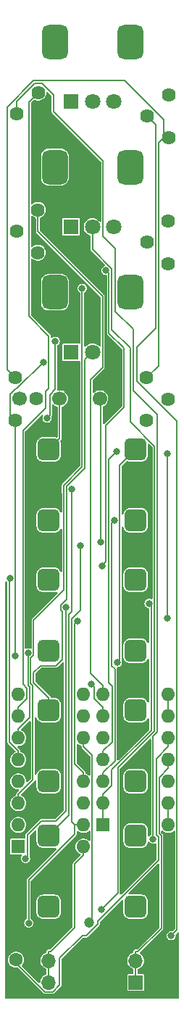
<source format=gbr>
%TF.GenerationSoftware,KiCad,Pcbnew,7.0.2*%
%TF.CreationDate,2023-06-26T10:26:31-04:00*%
%TF.ProjectId,as3340_no_mux,61733333-3430-45f6-9e6f-5f6d75782e6b,rev?*%
%TF.SameCoordinates,Original*%
%TF.FileFunction,Copper,L1,Top*%
%TF.FilePolarity,Positive*%
%FSLAX46Y46*%
G04 Gerber Fmt 4.6, Leading zero omitted, Abs format (unit mm)*
G04 Created by KiCad (PCBNEW 7.0.2) date 2023-06-26 10:26:31*
%MOMM*%
%LPD*%
G01*
G04 APERTURE LIST*
G04 Aperture macros list*
%AMRoundRect*
0 Rectangle with rounded corners*
0 $1 Rounding radius*
0 $2 $3 $4 $5 $6 $7 $8 $9 X,Y pos of 4 corners*
0 Add a 4 corners polygon primitive as box body*
4,1,4,$2,$3,$4,$5,$6,$7,$8,$9,$2,$3,0*
0 Add four circle primitives for the rounded corners*
1,1,$1+$1,$2,$3*
1,1,$1+$1,$4,$5*
1,1,$1+$1,$6,$7*
1,1,$1+$1,$8,$9*
0 Add four rect primitives between the rounded corners*
20,1,$1+$1,$2,$3,$4,$5,0*
20,1,$1+$1,$4,$5,$6,$7,0*
20,1,$1+$1,$6,$7,$8,$9,0*
20,1,$1+$1,$8,$9,$2,$3,0*%
G04 Aperture macros list end*
%TA.AperFunction,ComponentPad*%
%ADD10O,3.100000X2.300000*%
%TD*%
%TA.AperFunction,ComponentPad*%
%ADD11RoundRect,0.650000X-0.650000X-0.650000X0.650000X-0.650000X0.650000X0.650000X-0.650000X0.650000X0*%
%TD*%
%TA.AperFunction,ComponentPad*%
%ADD12C,1.600000*%
%TD*%
%TA.AperFunction,ComponentPad*%
%ADD13R,1.800000X1.800000*%
%TD*%
%TA.AperFunction,ComponentPad*%
%ADD14C,1.800000*%
%TD*%
%TA.AperFunction,ComponentPad*%
%ADD15RoundRect,0.750000X0.750000X-1.250000X0.750000X1.250000X-0.750000X1.250000X-0.750000X-1.250000X0*%
%TD*%
%TA.AperFunction,ComponentPad*%
%ADD16C,1.700000*%
%TD*%
%TA.AperFunction,ComponentPad*%
%ADD17C,1.620000*%
%TD*%
%TA.AperFunction,ComponentPad*%
%ADD18R,1.600000X1.600000*%
%TD*%
%TA.AperFunction,ComponentPad*%
%ADD19O,1.600000X1.600000*%
%TD*%
%TA.AperFunction,ComponentPad*%
%ADD20R,1.700000X1.700000*%
%TD*%
%TA.AperFunction,ComponentPad*%
%ADD21O,1.700000X1.700000*%
%TD*%
%TA.AperFunction,ComponentPad*%
%ADD22C,1.200000*%
%TD*%
%TA.AperFunction,ViaPad*%
%ADD23C,0.800000*%
%TD*%
%TA.AperFunction,Conductor*%
%ADD24C,0.200000*%
%TD*%
G04 APERTURE END LIST*
D10*
%TO.P,J15,S*%
%TO.N,GND*%
X193040000Y-126290000D03*
D11*
%TO.P,J15,T*%
%TO.N,Net-(J15-PadR)*%
X193040000Y-114890000D03*
%TO.P,J15,TN*%
%TO.N,N/C*%
X193040000Y-123190000D03*
%TD*%
D10*
%TO.P,J1,S*%
%TO.N,GND*%
X182880000Y-95810000D03*
D11*
%TO.P,J1,T*%
%TO.N,Net-(SW1-B)*%
X182880000Y-84410000D03*
%TO.P,J1,TN*%
%TO.N,N/C*%
X182880000Y-92710000D03*
%TD*%
D10*
%TO.P,J5,S*%
%TO.N,GND*%
X182880000Y-126290000D03*
D11*
%TO.P,J5,T*%
%TO.N,Net-(J5-PadR)*%
X182880000Y-114890000D03*
%TO.P,J5,TN*%
%TO.N,N/C*%
X182880000Y-123190000D03*
%TD*%
D12*
%TO.P,D1,1,K*%
%TO.N,GND*%
X179070000Y-146538000D03*
%TO.P,D1,2,A*%
%TO.N,Net-(D1-A)*%
X179070000Y-144038000D03*
%TD*%
D10*
%TO.P,J2,S*%
%TO.N,GND*%
X182880000Y-140940000D03*
D11*
%TO.P,J2,T*%
%TO.N,Net-(J2-PadR)*%
X182880000Y-129540000D03*
%TO.P,J2,TN*%
%TO.N,N/C*%
X182880000Y-137840000D03*
%TD*%
D10*
%TO.P,J12,S*%
%TO.N,GND*%
X193040000Y-95810000D03*
D11*
%TO.P,J12,T*%
%TO.N,Net-(J12-PadR)*%
X193040000Y-84410000D03*
%TO.P,J12,TN*%
%TO.N,N/C*%
X193040000Y-92710000D03*
%TD*%
D13*
%TO.P,THONKY_FINE_CV1,1,1*%
%TO.N,Net-(R16-Pad1)*%
X185500000Y-58420000D03*
D14*
%TO.P,THONKY_FINE_CV1,2,2*%
%TO.N,Net-(R19-Pad1)*%
X188000000Y-58420000D03*
%TO.P,THONKY_FINE_CV1,3,3*%
%TO.N,Net-(R6-Pad2)*%
X190500000Y-58420000D03*
D15*
%TO.P,THONKY_FINE_CV1,MP*%
%TO.N,N/C*%
X183600000Y-51420000D03*
X192400000Y-51420000D03*
%TD*%
D16*
%TO.P,SW1,1,A*%
%TO.N,Net-(SW1-A)*%
X179450000Y-78486000D03*
%TO.P,SW1,2,B*%
%TO.N,Net-(SW1-B)*%
X184150000Y-78486000D03*
%TO.P,SW1,3,C*%
%TO.N,Net-(SW1-C)*%
X188850000Y-78486000D03*
%TD*%
D10*
%TO.P,J13,S*%
%TO.N,GND*%
X193040000Y-111050000D03*
D11*
%TO.P,J13,T*%
%TO.N,Net-(J13-PadR)*%
X193040000Y-99650000D03*
%TO.P,J13,TN*%
%TO.N,N/C*%
X193040000Y-107950000D03*
%TD*%
D10*
%TO.P,J4,S*%
%TO.N,GND*%
X182880000Y-111050000D03*
D11*
%TO.P,J4,T*%
%TO.N,Net-(C1-Pad2)*%
X182880000Y-99650000D03*
%TO.P,J4,TN*%
%TO.N,N/C*%
X182880000Y-107950000D03*
%TD*%
D13*
%TO.P,THONKY_COURSE_CV1,1,1*%
%TO.N,Net-(R8-Pad1)*%
X185500000Y-43775000D03*
D14*
%TO.P,THONKY_COURSE_CV1,2,2*%
%TO.N,Net-(R20-Pad1)*%
X188000000Y-43775000D03*
%TO.P,THONKY_COURSE_CV1,3,3*%
%TO.N,Net-(R2-Pad2)*%
X190500000Y-43775000D03*
D15*
%TO.P,THONKY_COURSE_CV1,MP*%
%TO.N,N/C*%
X183600000Y-36775000D03*
X192400000Y-36775000D03*
%TD*%
D13*
%TO.P,THONKY_PWM1,1,1*%
%TO.N,Net-(R5-Pad1)*%
X185505000Y-73040000D03*
D14*
%TO.P,THONKY_PWM1,2,2*%
%TO.N,Net-(J5-PadR)*%
X188005000Y-73040000D03*
%TO.P,THONKY_PWM1,3,3*%
%TO.N,GND*%
X190505000Y-73040000D03*
D15*
%TO.P,THONKY_PWM1,MP*%
%TO.N,N/C*%
X183605000Y-66040000D03*
X192405000Y-66040000D03*
%TD*%
D10*
%TO.P,J14,S*%
%TO.N,GND*%
X193040000Y-140940000D03*
D11*
%TO.P,J14,T*%
%TO.N,Net-(J14-PadR)*%
X193040000Y-129540000D03*
%TO.P,J14,TN*%
%TO.N,N/C*%
X193040000Y-137840000D03*
%TD*%
D17*
%TO.P,NOT_THOONKY_SineBiasTrim1,1,1*%
%TO.N,-15V*%
X178943000Y-80986000D03*
%TO.P,NOT_THOONKY_SineBiasTrim1,2,2*%
%TO.N,Net-(NOT_THOONKY_SineBiasTrim1-Pad2)*%
X181443000Y-78486000D03*
%TO.P,NOT_THOONKY_SineBiasTrim1,3,3*%
%TO.N,+15V*%
X178943000Y-75986000D03*
%TD*%
%TO.P,NOT_THONKY_HF_TRACK1,1,1*%
%TO.N,Net-(U2-VHFT)*%
X181665000Y-42712000D03*
%TO.P,NOT_THONKY_HF_TRACK1,2,2*%
%TO.N,Net-(NOT_THONKY_HF_TRACK1-Pad2)*%
X179165000Y-45212000D03*
%TO.P,NOT_THONKY_HF_TRACK1,3,3*%
%TO.N,GND*%
X181665000Y-47712000D03*
%TD*%
D18*
%TO.P,U4,1*%
%TO.N,Net-(U4A--)*%
X189230000Y-128270000D03*
D19*
%TO.P,U4,2,-*%
X189230000Y-125730000D03*
%TO.P,U4,3,+*%
%TO.N,Net-(U4A-+)*%
X189230000Y-123190000D03*
%TO.P,U4,4,V+*%
%TO.N,+15V*%
X189230000Y-120650000D03*
%TO.P,U4,5,+*%
%TO.N,Net-(U2-VTO)*%
X189230000Y-118110000D03*
%TO.P,U4,6,-*%
%TO.N,Net-(U4B--)*%
X189230000Y-115570000D03*
%TO.P,U4,7*%
%TO.N,Net-(NOT_THONKY_SineShapeTrim1-Pad1)*%
X189230000Y-113030000D03*
%TO.P,U4,8*%
%TO.N,Net-(U4C--)*%
X196850000Y-113030000D03*
%TO.P,U4,9,-*%
X196850000Y-115570000D03*
%TO.P,U4,10,+*%
%TO.N,Net-(D1-A)*%
X196850000Y-118110000D03*
%TO.P,U4,11,V-*%
%TO.N,-15V*%
X196850000Y-120650000D03*
%TO.P,U4,12,+*%
%TO.N,Net-(U2-VSO)*%
X196850000Y-123190000D03*
%TO.P,U4,13,-*%
%TO.N,Net-(U4D--)*%
X196850000Y-125730000D03*
%TO.P,U4,14*%
X196850000Y-128270000D03*
%TD*%
D17*
%TO.P,NOT_THINK_SineLevelTrim1,1,1*%
%TO.N,Net-(NOT_THINK_SineLevelTrim1-Pad1)*%
X194310000Y-81026000D03*
%TO.P,NOT_THINK_SineLevelTrim1,2,2*%
X196810000Y-78526000D03*
%TO.P,NOT_THINK_SineLevelTrim1,3,3*%
%TO.N,+15V*%
X194310000Y-76026000D03*
%TD*%
%TO.P,NOT_THONKY_SineShapeTrim1,1,1*%
%TO.N,Net-(NOT_THONKY_SineShapeTrim1-Pad1)*%
X181610000Y-56428000D03*
%TO.P,NOT_THONKY_SineShapeTrim1,2,2*%
%TO.N,Net-(NOT_THONKY_SineShapeTrim1-Pad2)*%
X179110000Y-58928000D03*
%TO.P,NOT_THONKY_SineShapeTrim1,3,3*%
X181610000Y-61428000D03*
%TD*%
D20*
%TO.P,J11,1,Pin_1*%
%TO.N,-15V*%
X193035000Y-146685000D03*
D21*
%TO.P,J11,2,Pin_2*%
X193035000Y-144145000D03*
%TO.P,J11,3,Pin_3*%
%TO.N,GND*%
X190495000Y-146685000D03*
%TO.P,J11,4,Pin_4*%
X190495000Y-144145000D03*
%TO.P,J11,5,Pin_5*%
X187955000Y-146685000D03*
%TO.P,J11,6,Pin_6*%
X187955000Y-144145000D03*
%TO.P,J11,7,Pin_7*%
X185415000Y-146685000D03*
%TO.P,J11,8,Pin_8*%
X185415000Y-144145000D03*
%TO.P,J11,9,Pin_9*%
%TO.N,+15V*%
X182875000Y-146685000D03*
%TO.P,J11,10,Pin_10*%
X182875000Y-144145000D03*
%TD*%
D18*
%TO.P,U2,1,SCALE1*%
%TO.N,Net-(U2-SCALE1)*%
X179324000Y-130810000D03*
D19*
%TO.P,U2,2,SCALE2*%
%TO.N,Net-(U2-SCALE2)*%
X179324000Y-128270000D03*
%TO.P,U2,3,VEE*%
%TO.N,Net-(U2-VEE)*%
X179324000Y-125730000D03*
%TO.P,U2,4,VP*%
%TO.N,Net-(U2-VP)*%
X179324000Y-123190000D03*
%TO.P,U2,5,VPWM*%
%TO.N,Net-(U2-VPWM)*%
X179324000Y-120650000D03*
%TO.P,U2,6,VHSI*%
%TO.N,Net-(U2-VHSI)*%
X179324000Y-118110000D03*
%TO.P,U2,7,VHFT*%
%TO.N,Net-(U2-VHFT)*%
X179324000Y-115570000D03*
%TO.P,U2,8,VSO*%
%TO.N,Net-(U2-VSO)*%
X179324000Y-113030000D03*
%TO.P,U2,9,VSSI*%
%TO.N,Net-(U2-VSSI)*%
X186944000Y-113030000D03*
%TO.P,U2,10,VTO*%
%TO.N,Net-(U2-VTO)*%
X186944000Y-115570000D03*
%TO.P,U2,11,CAP*%
%TO.N,Net-(U2-CAP)*%
X186944000Y-118110000D03*
%TO.P,U2,12,GND*%
%TO.N,GND*%
X186944000Y-120650000D03*
%TO.P,U2,13,VLFI*%
%TO.N,Net-(U2-VLFI)*%
X186944000Y-123190000D03*
%TO.P,U2,14,VS*%
%TO.N,Net-(U2-VS)*%
X186944000Y-125730000D03*
%TO.P,U2,15,VFCI*%
%TO.N,Net-(U2-VFCI)*%
X186944000Y-128270000D03*
%TO.P,U2,16,VCC*%
%TO.N,+15V*%
X186944000Y-130810000D03*
%TD*%
D17*
%TO.P,NOT+THINKY_CV1,1,1*%
%TO.N,Net-(NOT+THINKY_CV1-Pad1)*%
X196905000Y-42966000D03*
%TO.P,NOT+THINKY_CV1,2,2*%
X194405000Y-45466000D03*
%TO.P,NOT+THINKY_CV1,3,3*%
%TO.N,+15V*%
X196905000Y-47966000D03*
%TD*%
%TO.P,NOT_THINKY_TEMKO1,1,1*%
%TO.N,Net-(NOT_THINKY_TEMKO1-Pad1)*%
X196850000Y-57698000D03*
%TO.P,NOT_THINKY_TEMKO1,2,2*%
%TO.N,Net-(U2-VEE)*%
X194350000Y-60198000D03*
%TO.P,NOT_THINKY_TEMKO1,3,3*%
X196850000Y-62698000D03*
%TD*%
D22*
%TO.P,PolyStirene!C11,1*%
%TO.N,GND*%
X189611000Y-139700000D03*
%TO.P,PolyStirene!C11,2*%
%TO.N,Net-(U2-CAP)*%
X187611000Y-139700000D03*
%TD*%
D23*
%TO.N,Net-(U2-VHSI)*%
X180484300Y-108172200D03*
%TO.N,Net-(J2-PadR)*%
X185572700Y-89016800D03*
%TO.N,-15V*%
X182225800Y-74204800D03*
X178999000Y-108545600D03*
%TO.N,+15V*%
X190849000Y-84617000D03*
%TO.N,Net-(J12-PadR)*%
X190916800Y-109300200D03*
%TO.N,Net-(U4A-+)*%
X190527900Y-92652400D03*
%TO.N,Net-(SW1-C)*%
X188945700Y-95265800D03*
%TO.N,Net-(U2-VLFI)*%
X196779600Y-104128500D03*
X186223700Y-104425100D03*
X196779600Y-84942800D03*
%TO.N,Net-(U2-VFCI)*%
X186604700Y-95696000D03*
X180554000Y-139755200D03*
%TO.N,Net-(R36-Pad2)*%
X182681500Y-80772000D03*
X183642500Y-71747300D03*
%TO.N,Net-(U2-VEE)*%
X186796000Y-65588900D03*
%TO.N,Net-(U2-VPWM)*%
X178354500Y-99466400D03*
%TO.N,Net-(NOT+THINKY_CV1-Pad1)*%
X197196900Y-141226500D03*
%TO.N,Net-(NOT_THINKY_TEMKO1-Pad1)*%
X189127300Y-97992600D03*
X184886600Y-102895100D03*
X189579000Y-63500000D03*
X180178000Y-132203600D03*
%TO.N,Net-(U4B--)*%
X187840400Y-111833600D03*
%TO.N,Net-(U4A--)*%
X194602800Y-102391400D03*
%TO.N,Net-(NOT_THONKY_HF_TRACK1-Pad2)*%
X195082600Y-129937800D03*
%TO.N,Net-(R19-Pad1)*%
X189011000Y-138179000D03*
%TD*%
D24*
%TO.N,GND*%
X183625800Y-59765000D02*
X183625800Y-56041500D01*
X182880000Y-126290000D02*
X182880000Y-124912700D01*
X193040000Y-109672700D02*
X192179200Y-109672700D01*
X181665000Y-54080700D02*
X181665000Y-47712000D01*
X187955000Y-146685000D02*
X186492300Y-146685000D01*
X191510100Y-109003600D02*
X191510100Y-98595900D01*
X189587700Y-72122700D02*
X189587700Y-65726900D01*
X191510100Y-98595900D02*
X192918700Y-97187300D01*
X184416500Y-113842500D02*
X183001300Y-112427300D01*
X182880000Y-124912700D02*
X183740800Y-124912700D01*
X185415000Y-146685000D02*
X186492300Y-146685000D01*
X184416500Y-124237000D02*
X184416500Y-113842500D01*
X187955000Y-144145000D02*
X187955000Y-146685000D01*
X190495000Y-144145000D02*
X190495000Y-146685000D01*
X183625800Y-56041500D02*
X181665000Y-54080700D01*
X189587700Y-65726900D02*
X183625800Y-59765000D01*
X193040000Y-95810000D02*
X193040000Y-97187300D01*
X192918700Y-97187300D02*
X193040000Y-97187300D01*
X182880000Y-111050000D02*
X182880000Y-112427300D01*
X183740800Y-124912700D02*
X184416500Y-124237000D01*
X192179200Y-109672700D02*
X191510100Y-109003600D01*
X183001300Y-112427300D02*
X182880000Y-112427300D01*
X190505000Y-73040000D02*
X189587700Y-72122700D01*
X193040000Y-111050000D02*
X193040000Y-109672700D01*
%TO.N,Net-(U2-VHSI)*%
X180448000Y-108208500D02*
X180484300Y-108172200D01*
X180678800Y-112209400D02*
X180448000Y-111978600D01*
X179324000Y-118110000D02*
X179324000Y-117082700D01*
X179324000Y-117082700D02*
X180678800Y-115727900D01*
X180678800Y-115727900D02*
X180678800Y-112209400D01*
X180448000Y-111978600D02*
X180448000Y-108208500D01*
%TO.N,Net-(U2-CAP)*%
X187975400Y-139335600D02*
X187975400Y-120168700D01*
X186944000Y-118110000D02*
X186944000Y-119137300D01*
X187975400Y-120168700D02*
X186944000Y-119137300D01*
X187611000Y-139700000D02*
X187975400Y-139335600D01*
%TO.N,Net-(D1-A)*%
X184145000Y-143875000D02*
X186821300Y-141198700D01*
X184145000Y-146979900D02*
X184145000Y-143875000D01*
X179070000Y-144422200D02*
X182427600Y-147779800D01*
X188611000Y-139887700D02*
X188611000Y-139504300D01*
X195709900Y-129678000D02*
X195465200Y-129433300D01*
X195465200Y-129433300D02*
X195465200Y-120522100D01*
X188611000Y-139504300D02*
X195709900Y-132405400D01*
X187300000Y-141198700D02*
X188611000Y-139887700D01*
X195465200Y-120522100D02*
X196850000Y-119137300D01*
X186821300Y-141198700D02*
X187300000Y-141198700D01*
X183345100Y-147779800D02*
X184145000Y-146979900D01*
X196850000Y-118110000D02*
X196850000Y-119137300D01*
X182427600Y-147779800D02*
X183345100Y-147779800D01*
X179070000Y-144038000D02*
X179070000Y-144422200D01*
X195709900Y-132405400D02*
X195709900Y-129678000D01*
%TO.N,Net-(J2-PadR)*%
X185262100Y-103710100D02*
X185572700Y-103399500D01*
X185572700Y-103399500D02*
X185572700Y-89016800D01*
X182880000Y-129540000D02*
X185262100Y-127157900D01*
X185262100Y-127157900D02*
X185262100Y-103710100D01*
%TO.N,-15V*%
X196037300Y-129542600D02*
X195792600Y-129297900D01*
X182225800Y-74204800D02*
X179140500Y-77290100D01*
X178356000Y-80399000D02*
X178943000Y-80986000D01*
X179044400Y-77290100D02*
X178356000Y-77978500D01*
X193035000Y-144145000D02*
X193035000Y-143067700D01*
X178356000Y-77978500D02*
X178356000Y-80399000D01*
X196850000Y-120650000D02*
X196850000Y-121677300D01*
X193035000Y-143067700D02*
X193304300Y-143067700D01*
X195792600Y-129297900D02*
X195792600Y-122734700D01*
X193304300Y-143067700D02*
X196037300Y-140334700D01*
X178999000Y-81042000D02*
X178999000Y-108545600D01*
X195792600Y-122734700D02*
X196850000Y-121677300D01*
X179140500Y-77290100D02*
X179044400Y-77290100D01*
X178943000Y-80986000D02*
X178999000Y-81042000D01*
X193035000Y-146685000D02*
X193035000Y-144145000D01*
X196037300Y-140334700D02*
X196037300Y-129542600D01*
%TO.N,+15V*%
X189230000Y-120650000D02*
X189230000Y-119622700D01*
X196309900Y-45864100D02*
X191768800Y-41323000D01*
X191768800Y-41323000D02*
X181108800Y-41323000D01*
X181108800Y-41323000D02*
X178037400Y-44394400D01*
X186944000Y-131837300D02*
X185916700Y-132864600D01*
X195714800Y-74621200D02*
X195714800Y-48561100D01*
X185916700Y-132864600D02*
X185916700Y-140277200D01*
X190279600Y-112060500D02*
X189900500Y-111681400D01*
X178037400Y-75080400D02*
X178943000Y-75986000D01*
X189900500Y-111681400D02*
X189900500Y-85565500D01*
X182875000Y-144145000D02*
X182875000Y-143067700D01*
X178037400Y-44394400D02*
X178037400Y-75080400D01*
X182875000Y-144145000D02*
X182875000Y-146685000D01*
X189230000Y-119622700D02*
X190279600Y-118573100D01*
X185916700Y-140277200D02*
X183126200Y-143067700D01*
X183126200Y-143067700D02*
X182875000Y-143067700D01*
X196309900Y-47966000D02*
X196905000Y-47966000D01*
X190279600Y-118573100D02*
X190279600Y-112060500D01*
X194310000Y-76026000D02*
X195714800Y-74621200D01*
X186944000Y-130810000D02*
X186944000Y-131837300D01*
X195714800Y-48561100D02*
X196309900Y-47966000D01*
X196309900Y-47966000D02*
X196309900Y-45864100D01*
X189900500Y-85565500D02*
X190849000Y-84617000D01*
%TO.N,Net-(J12-PadR)*%
X191155200Y-86294800D02*
X191155200Y-109061800D01*
X193040000Y-84410000D02*
X191155200Y-86294800D01*
X191155200Y-109061800D02*
X190916800Y-109300200D01*
%TO.N,Net-(U4A-+)*%
X190243100Y-92937200D02*
X190527900Y-92652400D01*
X190243100Y-109670500D02*
X190243100Y-92937200D01*
X189230000Y-123190000D02*
X189230000Y-122162700D01*
X190607000Y-110034400D02*
X190243100Y-109670500D01*
X189230000Y-122162700D02*
X190607000Y-120785700D01*
X190607000Y-120785700D02*
X190607000Y-110034400D01*
%TO.N,Net-(SW1-C)*%
X188945700Y-95265800D02*
X188945700Y-78581700D01*
X188945700Y-78581700D02*
X188850000Y-78486000D01*
%TO.N,Net-(U2-VLFI)*%
X185916700Y-104732100D02*
X186223700Y-104425100D01*
X186944000Y-122162700D02*
X185916700Y-121135400D01*
X186944000Y-123190000D02*
X186944000Y-122162700D01*
X196779600Y-84942800D02*
X196779600Y-104128500D01*
X185916700Y-121135400D02*
X185916700Y-104732100D01*
%TO.N,Net-(U2-VFCI)*%
X186604700Y-103157100D02*
X186604700Y-95696000D01*
X185589400Y-104172400D02*
X186604700Y-103157100D01*
X185916700Y-128270000D02*
X185589400Y-127942700D01*
X185916700Y-129330100D02*
X180554000Y-134692800D01*
X186944000Y-128270000D02*
X185916700Y-128270000D01*
X185589400Y-127942700D02*
X185589400Y-104172400D01*
X180554000Y-134692800D02*
X180554000Y-139755200D01*
X185916700Y-128270000D02*
X185916700Y-129330100D01*
%TO.N,Net-(SW1-B)*%
X184150000Y-83140000D02*
X182880000Y-84410000D01*
X184150000Y-78486000D02*
X184150000Y-83140000D01*
%TO.N,Net-(R36-Pad2)*%
X183016700Y-78035200D02*
X183642500Y-77409400D01*
X182681500Y-80772000D02*
X183016700Y-80436800D01*
X183016700Y-80436800D02*
X183016700Y-78035200D01*
X183642500Y-77409400D02*
X183642500Y-71747300D01*
%TO.N,Net-(J5-PadR)*%
X182880000Y-113397600D02*
X182880000Y-114890000D01*
X188005000Y-73040000D02*
X187132100Y-73912900D01*
X184426300Y-103321800D02*
X184426300Y-108975800D01*
X184426300Y-108975800D02*
X183729400Y-109672700D01*
X181102700Y-110479600D02*
X181102700Y-111620300D01*
X184259300Y-102635400D02*
X184259300Y-103154800D01*
X187132100Y-86570400D02*
X184945400Y-88757100D01*
X184945400Y-88757100D02*
X184945400Y-89276500D01*
X184945400Y-89276500D02*
X185006200Y-89337300D01*
X185006200Y-89337300D02*
X185006200Y-101888500D01*
X187132100Y-73912900D02*
X187132100Y-86570400D01*
X181909600Y-109672700D02*
X181102700Y-110479600D01*
X181102700Y-111620300D02*
X182880000Y-113397600D01*
X185006200Y-101888500D02*
X184259300Y-102635400D01*
X183729400Y-109672700D02*
X181909600Y-109672700D01*
X184259300Y-103154800D02*
X184426300Y-103321800D01*
%TO.N,Net-(U2-VEE)*%
X184678900Y-100784900D02*
X184678900Y-89472800D01*
X181111600Y-104352200D02*
X184678900Y-100784900D01*
X180775400Y-108768200D02*
X181111600Y-108432000D01*
X179324000Y-124702700D02*
X181020800Y-123005900D01*
X186796000Y-86443700D02*
X186796000Y-65588900D01*
X184618100Y-89412000D02*
X184618100Y-88621600D01*
X184618100Y-88621600D02*
X186796000Y-86443700D01*
X181111600Y-108432000D02*
X181111600Y-104352200D01*
X180775400Y-111755900D02*
X180775400Y-108768200D01*
X181020800Y-123005900D02*
X181020800Y-112001300D01*
X181020800Y-112001300D02*
X180775400Y-111755900D01*
X179324000Y-125730000D02*
X179324000Y-124702700D01*
X184678900Y-89472800D02*
X184618100Y-89412000D01*
%TO.N,Net-(U2-VPWM)*%
X179324000Y-119622700D02*
X178288000Y-118586700D01*
X178288000Y-99532900D02*
X178354500Y-99466400D01*
X178288000Y-118586700D02*
X178288000Y-99532900D01*
X179324000Y-120650000D02*
X179324000Y-119622700D01*
%TO.N,Net-(NOT+THINKY_CV1-Pad1)*%
X195387400Y-70267600D02*
X193222800Y-72432200D01*
X194405000Y-45466000D02*
X195387400Y-46448400D01*
X193222800Y-72432200D02*
X193222800Y-76405800D01*
X195387400Y-46448400D02*
X195387400Y-70267600D01*
X197882600Y-140540800D02*
X197196900Y-141226500D01*
X193222800Y-76405800D02*
X197882600Y-81065600D01*
X197882600Y-81065600D02*
X197882600Y-140540800D01*
%TO.N,Net-(NOT_THINKY_TEMKO1-Pad1)*%
X189573200Y-97546700D02*
X189573200Y-81569800D01*
X184886600Y-126635100D02*
X183683000Y-127838700D01*
X189573200Y-81569800D02*
X191687300Y-79455700D01*
X181997500Y-127838700D02*
X180390400Y-129445800D01*
X189915100Y-63836100D02*
X189579000Y-63500000D01*
X183683000Y-127838700D02*
X181997500Y-127838700D01*
X191687300Y-79455700D02*
X191687300Y-72583600D01*
X189915100Y-70811400D02*
X189915100Y-63836100D01*
X180390400Y-131991200D02*
X180178000Y-132203600D01*
X189127300Y-97992600D02*
X189573200Y-97546700D01*
X180390400Y-129445800D02*
X180390400Y-131991200D01*
X184886600Y-102895100D02*
X184886600Y-126635100D01*
X191687300Y-72583600D02*
X189915100Y-70811400D01*
%TO.N,Net-(U4B--)*%
X189230000Y-115570000D02*
X189230000Y-114542700D01*
X188202700Y-112195900D02*
X187840400Y-111833600D01*
X188202700Y-113515400D02*
X188202700Y-112195900D01*
X189230000Y-114542700D02*
X188202700Y-113515400D01*
%TO.N,Net-(U4C--)*%
X196850000Y-115570000D02*
X196850000Y-113030000D01*
%TO.N,Net-(U4D--)*%
X196850000Y-128270000D02*
X196850000Y-125730000D01*
%TO.N,Net-(U4A--)*%
X190257300Y-121835100D02*
X194850900Y-117241500D01*
X189230000Y-124702700D02*
X190257300Y-123675400D01*
X194850900Y-102639500D02*
X194602800Y-102391400D01*
X189230000Y-128270000D02*
X189230000Y-125730000D01*
X189230000Y-125730000D02*
X189230000Y-124702700D01*
X190257300Y-123675400D02*
X190257300Y-121835100D01*
X194850900Y-117241500D02*
X194850900Y-102639500D01*
%TO.N,Net-(U2-VHFT)*%
X182480400Y-77645700D02*
X182480400Y-79599800D01*
X179857000Y-82223200D02*
X179857000Y-111850600D01*
X179324000Y-115570000D02*
X179324000Y-114542700D01*
X182859900Y-77266200D02*
X182480400Y-77645700D01*
X180351400Y-113515300D02*
X179324000Y-114542700D01*
X180351400Y-112345000D02*
X180351400Y-113515300D01*
X179857000Y-111850600D02*
X180351400Y-112345000D01*
X181665000Y-42712000D02*
X180569500Y-43807500D01*
X180569500Y-68859600D02*
X182859900Y-71150000D01*
X182859900Y-71150000D02*
X182859900Y-77266200D01*
X180569500Y-43807500D02*
X180569500Y-68859600D01*
X182480400Y-79599800D02*
X179857000Y-82223200D01*
%TO.N,Net-(NOT_THONKY_HF_TRACK1-Pad2)*%
X195580600Y-80371100D02*
X195580600Y-117437800D01*
X192736600Y-70376100D02*
X192736600Y-77527100D01*
X190630700Y-60928000D02*
X190630700Y-68270200D01*
X183447000Y-42991400D02*
X183447000Y-44902300D01*
X179165000Y-43729800D02*
X181242300Y-41652500D01*
X182108100Y-41652500D02*
X183447000Y-42991400D01*
X183447000Y-44902300D02*
X189250100Y-50705400D01*
X181242300Y-41652500D02*
X182108100Y-41652500D01*
X195082600Y-117935800D02*
X195082600Y-129937800D01*
X190630700Y-68270200D02*
X192736600Y-70376100D01*
X195580600Y-117437800D02*
X195082600Y-117935800D01*
X189250100Y-59547400D02*
X190630700Y-60928000D01*
X179165000Y-45212000D02*
X179165000Y-43729800D01*
X189250100Y-50705400D02*
X189250100Y-59547400D01*
X192736600Y-77527100D02*
X195580600Y-80371100D01*
%TO.N,Net-(NOT_THONKY_SineShapeTrim1-Pad1)*%
X189186500Y-74817400D02*
X187762100Y-76241800D01*
X181610000Y-56428000D02*
X181610000Y-58945000D01*
X189230000Y-113030000D02*
X189230000Y-112002700D01*
X189186500Y-66521500D02*
X189186500Y-74817400D01*
X181610000Y-58945000D02*
X189186500Y-66521500D01*
X187762100Y-110534800D02*
X189230000Y-112002700D01*
X187762100Y-76241800D02*
X187762100Y-110534800D01*
%TO.N,Net-(R19-Pad1)*%
X188000000Y-61023000D02*
X190263800Y-63286800D01*
X192409200Y-72571600D02*
X192409200Y-81188800D01*
X190263800Y-63286800D02*
X190263800Y-70426200D01*
X188000000Y-58420000D02*
X188000000Y-61023000D01*
X195241800Y-117313600D02*
X190967500Y-121587900D01*
X190967500Y-136222500D02*
X189011000Y-138179000D01*
X195241800Y-84021400D02*
X195241800Y-117313600D01*
X190263800Y-70426200D02*
X192409200Y-72571600D01*
X192409200Y-81188800D02*
X195241800Y-84021400D01*
X190967500Y-121587900D02*
X190967500Y-136222500D01*
%TD*%
%TA.AperFunction,Conductor*%
%TO.N,GND*%
G36*
X177999982Y-99859269D02*
G01*
X178011989Y-99868481D01*
X178053189Y-99924908D01*
X178060500Y-99966855D01*
X178060500Y-118577512D01*
X178060330Y-118584000D01*
X178058282Y-118623084D01*
X178065698Y-118642405D01*
X178071223Y-118661057D01*
X178075526Y-118681300D01*
X178076748Y-118682982D01*
X178092193Y-118711428D01*
X178092939Y-118713372D01*
X178107568Y-118728001D01*
X178120204Y-118742795D01*
X178132370Y-118759540D01*
X178132372Y-118759542D01*
X178134176Y-118760583D01*
X178159853Y-118780287D01*
X178622269Y-119242703D01*
X178982126Y-119602559D01*
X179015611Y-119663882D01*
X179010627Y-119733573D01*
X178968755Y-119789507D01*
X178944884Y-119803518D01*
X178912007Y-119818155D01*
X178857692Y-119842338D01*
X178699963Y-119956935D01*
X178569502Y-120101825D01*
X178472018Y-120270674D01*
X178428881Y-120403440D01*
X178411771Y-120456100D01*
X178391391Y-120650000D01*
X178411771Y-120843900D01*
X178411772Y-120843903D01*
X178472018Y-121029325D01*
X178569502Y-121198174D01*
X178699961Y-121343063D01*
X178857695Y-121457663D01*
X179035810Y-121536965D01*
X179226514Y-121577500D01*
X179226516Y-121577500D01*
X179421486Y-121577500D01*
X179612189Y-121536965D01*
X179612190Y-121536964D01*
X179612192Y-121536964D01*
X179790305Y-121457663D01*
X179948037Y-121343064D01*
X179958828Y-121331080D01*
X180078497Y-121198174D01*
X180083917Y-121188786D01*
X180175981Y-121029326D01*
X180236229Y-120843900D01*
X180256609Y-120650000D01*
X180236229Y-120456100D01*
X180175981Y-120270674D01*
X180153417Y-120231591D01*
X180078497Y-120101825D01*
X179948038Y-119956936D01*
X179790304Y-119842336D01*
X179625065Y-119768767D01*
X179571827Y-119723516D01*
X179551506Y-119656667D01*
X179551500Y-119655487D01*
X179551500Y-119631886D01*
X179551670Y-119625397D01*
X179552749Y-119604799D01*
X179553718Y-119586316D01*
X179549121Y-119574341D01*
X179546303Y-119566998D01*
X179540776Y-119548341D01*
X179538865Y-119539350D01*
X179536474Y-119528100D01*
X179535250Y-119526415D01*
X179519804Y-119497965D01*
X179519060Y-119496027D01*
X179504422Y-119481389D01*
X179491792Y-119466601D01*
X179479628Y-119449858D01*
X179479627Y-119449857D01*
X179477822Y-119448815D01*
X179452146Y-119429112D01*
X179272215Y-119249181D01*
X179238730Y-119187858D01*
X179243714Y-119118166D01*
X179285586Y-119062233D01*
X179351050Y-119037816D01*
X179359896Y-119037500D01*
X179421486Y-119037500D01*
X179612189Y-118996965D01*
X179612190Y-118996964D01*
X179612192Y-118996964D01*
X179790305Y-118917663D01*
X179948037Y-118803064D01*
X179954407Y-118795990D01*
X180078497Y-118658174D01*
X180121321Y-118584000D01*
X180175981Y-118489326D01*
X180236229Y-118303900D01*
X180256609Y-118110000D01*
X180236229Y-117916100D01*
X180175981Y-117730674D01*
X180103521Y-117605169D01*
X180078497Y-117561825D01*
X179948038Y-117416936D01*
X179790302Y-117302335D01*
X179703119Y-117263518D01*
X179649882Y-117218268D01*
X179629561Y-117151419D01*
X179648606Y-117084195D01*
X179665870Y-117062562D01*
X180581618Y-116146814D01*
X180642942Y-116113329D01*
X180712634Y-116118313D01*
X180768567Y-116160185D01*
X180792984Y-116225649D01*
X180793300Y-116234495D01*
X180793300Y-122860303D01*
X180773615Y-122927342D01*
X180756981Y-122947984D01*
X180465007Y-123239957D01*
X180403684Y-123273442D01*
X180333992Y-123268458D01*
X180278059Y-123226586D01*
X180254006Y-123165241D01*
X180236229Y-122996100D01*
X180235458Y-122993728D01*
X180175981Y-122810674D01*
X180078497Y-122641825D01*
X179948038Y-122496936D01*
X179790304Y-122382336D01*
X179612189Y-122303034D01*
X179421486Y-122262500D01*
X179421484Y-122262500D01*
X179226516Y-122262500D01*
X179226514Y-122262500D01*
X179035812Y-122303034D01*
X178857692Y-122382338D01*
X178699963Y-122496935D01*
X178569502Y-122641825D01*
X178472018Y-122810674D01*
X178411772Y-122996096D01*
X178411771Y-122996100D01*
X178391391Y-123190000D01*
X178411771Y-123383900D01*
X178411772Y-123383903D01*
X178472018Y-123569325D01*
X178569502Y-123738174D01*
X178699961Y-123883063D01*
X178857695Y-123997663D01*
X179035810Y-124076965D01*
X179226514Y-124117500D01*
X179288103Y-124117500D01*
X179355142Y-124137185D01*
X179400897Y-124189989D01*
X179410841Y-124259147D01*
X179381816Y-124322703D01*
X179375784Y-124329181D01*
X179169640Y-124535324D01*
X179164935Y-124539790D01*
X179135836Y-124565992D01*
X179127416Y-124584902D01*
X179118137Y-124601991D01*
X179106865Y-124619348D01*
X179106540Y-124621406D01*
X179097350Y-124652432D01*
X179096500Y-124654341D01*
X179096500Y-124675042D01*
X179094973Y-124694441D01*
X179088288Y-124736641D01*
X179087383Y-124774681D01*
X179048221Y-124832544D01*
X179019707Y-124850204D01*
X178857696Y-124922336D01*
X178699963Y-125036935D01*
X178569502Y-125181825D01*
X178472018Y-125350674D01*
X178438831Y-125452816D01*
X178411771Y-125536100D01*
X178391391Y-125730000D01*
X178411771Y-125923900D01*
X178411772Y-125923903D01*
X178472018Y-126109325D01*
X178569502Y-126278174D01*
X178699961Y-126423063D01*
X178857695Y-126537663D01*
X179035810Y-126616965D01*
X179226514Y-126657500D01*
X179226516Y-126657500D01*
X179421486Y-126657500D01*
X179612189Y-126616965D01*
X179612190Y-126616964D01*
X179612192Y-126616964D01*
X179790305Y-126537663D01*
X179948037Y-126423064D01*
X179958828Y-126411080D01*
X180078497Y-126278174D01*
X180083917Y-126268786D01*
X180175981Y-126109326D01*
X180236229Y-125923900D01*
X180256609Y-125730000D01*
X180236229Y-125536100D01*
X180175981Y-125350674D01*
X180129100Y-125269473D01*
X180078497Y-125181825D01*
X179948038Y-125036936D01*
X179790302Y-124922335D01*
X179703119Y-124883518D01*
X179649882Y-124838268D01*
X179629561Y-124771419D01*
X179648606Y-124704195D01*
X179665870Y-124682562D01*
X181175171Y-123173260D01*
X181179864Y-123168808D01*
X181208962Y-123142609D01*
X181208962Y-123142608D01*
X181208963Y-123142608D01*
X181215219Y-123128555D01*
X181260468Y-123075318D01*
X181327317Y-123054995D01*
X181394541Y-123074039D01*
X181440798Y-123126404D01*
X181452500Y-123178989D01*
X181452500Y-123883666D01*
X181452889Y-123887122D01*
X181452890Y-123887132D01*
X181465344Y-123997663D01*
X181467197Y-124014105D01*
X181525064Y-124179479D01*
X181525066Y-124179482D01*
X181618278Y-124327831D01*
X181742168Y-124451721D01*
X181825767Y-124504249D01*
X181890521Y-124544936D01*
X182055895Y-124602803D01*
X182186334Y-124617500D01*
X182189818Y-124617500D01*
X183570182Y-124617500D01*
X183573666Y-124617500D01*
X183704105Y-124602803D01*
X183869479Y-124544936D01*
X184017831Y-124451721D01*
X184141721Y-124327831D01*
X184234936Y-124179479D01*
X184292803Y-124014105D01*
X184307500Y-123883666D01*
X184307500Y-122496334D01*
X184292803Y-122365895D01*
X184234936Y-122200521D01*
X184180786Y-122114341D01*
X184141721Y-122052168D01*
X184017831Y-121928278D01*
X183869482Y-121835066D01*
X183869479Y-121835064D01*
X183704105Y-121777197D01*
X183704101Y-121777196D01*
X183704100Y-121777196D01*
X183577132Y-121762890D01*
X183577122Y-121762889D01*
X183573666Y-121762500D01*
X182186334Y-121762500D01*
X182182878Y-121762889D01*
X182182867Y-121762890D01*
X182055899Y-121777196D01*
X182055896Y-121777196D01*
X182055895Y-121777197D01*
X181890521Y-121835064D01*
X181890518Y-121835065D01*
X181890517Y-121835066D01*
X181742168Y-121928278D01*
X181618278Y-122052168D01*
X181525063Y-122200520D01*
X181489341Y-122302610D01*
X181448620Y-122359386D01*
X181383667Y-122385133D01*
X181315105Y-122371677D01*
X181264703Y-122323289D01*
X181248300Y-122261655D01*
X181248300Y-115818344D01*
X181267985Y-115751305D01*
X181320789Y-115705550D01*
X181389947Y-115695606D01*
X181453503Y-115724631D01*
X181489340Y-115777388D01*
X181503672Y-115818344D01*
X181525065Y-115879481D01*
X181618278Y-116027831D01*
X181742168Y-116151721D01*
X181755639Y-116160185D01*
X181890521Y-116244936D01*
X182055895Y-116302803D01*
X182186334Y-116317500D01*
X182189818Y-116317500D01*
X183570182Y-116317500D01*
X183573666Y-116317500D01*
X183704105Y-116302803D01*
X183869479Y-116244936D01*
X184017831Y-116151721D01*
X184141721Y-116027831D01*
X184234936Y-115879479D01*
X184292803Y-115714105D01*
X184307500Y-115583666D01*
X184307500Y-114196334D01*
X184292803Y-114065895D01*
X184234936Y-113900521D01*
X184192953Y-113833705D01*
X184141721Y-113752168D01*
X184017831Y-113628278D01*
X183869482Y-113535066D01*
X183869479Y-113535064D01*
X183704105Y-113477197D01*
X183704101Y-113477196D01*
X183704100Y-113477196D01*
X183577132Y-113462890D01*
X183577122Y-113462889D01*
X183573666Y-113462500D01*
X183570182Y-113462500D01*
X183233822Y-113462500D01*
X183166783Y-113442815D01*
X183121028Y-113390011D01*
X183118059Y-113382940D01*
X183102301Y-113341892D01*
X183096777Y-113323244D01*
X183092474Y-113303000D01*
X183091255Y-113301322D01*
X183075807Y-113272870D01*
X183075061Y-113270927D01*
X183060424Y-113256290D01*
X183047794Y-113241504D01*
X183035628Y-113224758D01*
X183035624Y-113224756D01*
X183035624Y-113224755D01*
X183033823Y-113223715D01*
X183008145Y-113204011D01*
X181366519Y-111562384D01*
X181333034Y-111501061D01*
X181330200Y-111474703D01*
X181330200Y-110625195D01*
X181349885Y-110558156D01*
X181366519Y-110537514D01*
X181967515Y-109936519D01*
X182028838Y-109903034D01*
X182055196Y-109900200D01*
X183720212Y-109900200D01*
X183726700Y-109900370D01*
X183729093Y-109900495D01*
X183765784Y-109902418D01*
X183785103Y-109895001D01*
X183803752Y-109889477D01*
X183824000Y-109885174D01*
X183825685Y-109883949D01*
X183854131Y-109868505D01*
X183856073Y-109867760D01*
X183870707Y-109853125D01*
X183885496Y-109840494D01*
X183902242Y-109828328D01*
X183903283Y-109826523D01*
X183922985Y-109800847D01*
X184447419Y-109276414D01*
X184508742Y-109242929D01*
X184578434Y-109247913D01*
X184634367Y-109289785D01*
X184658784Y-109355249D01*
X184659100Y-109364095D01*
X184659100Y-126489504D01*
X184639415Y-126556543D01*
X184622781Y-126577185D01*
X183625085Y-127574881D01*
X183563762Y-127608366D01*
X183537404Y-127611200D01*
X182006700Y-127611200D01*
X182000211Y-127611030D01*
X181986173Y-127610294D01*
X181961116Y-127608981D01*
X181961115Y-127608981D01*
X181941786Y-127616400D01*
X181923141Y-127621922D01*
X181902898Y-127626225D01*
X181901210Y-127627452D01*
X181872774Y-127642891D01*
X181870826Y-127643638D01*
X181856190Y-127658274D01*
X181841404Y-127670903D01*
X181824658Y-127683070D01*
X181823615Y-127684878D01*
X181803913Y-127710551D01*
X180236040Y-129278424D01*
X180231335Y-129282890D01*
X180202236Y-129309092D01*
X180193816Y-129328002D01*
X180184537Y-129345091D01*
X180173265Y-129362448D01*
X180172940Y-129364506D01*
X180163750Y-129395532D01*
X180162900Y-129397441D01*
X180162900Y-129418142D01*
X180161373Y-129437541D01*
X180159732Y-129447904D01*
X180158137Y-129457972D01*
X180158674Y-129459977D01*
X180162900Y-129492072D01*
X180162900Y-129758500D01*
X180143215Y-129825539D01*
X180090411Y-129871294D01*
X180038900Y-129882500D01*
X178511442Y-129882500D01*
X178474252Y-129889897D01*
X178432077Y-129918077D01*
X178403897Y-129960252D01*
X178396500Y-129997441D01*
X178396500Y-131622558D01*
X178403897Y-131659747D01*
X178432077Y-131701922D01*
X178474252Y-131730102D01*
X178511442Y-131737500D01*
X179619304Y-131737500D01*
X179686343Y-131757185D01*
X179732098Y-131809989D01*
X179742042Y-131879147D01*
X179717679Y-131936987D01*
X179717228Y-131937574D01*
X179664077Y-132065894D01*
X179645947Y-132203600D01*
X179664077Y-132341305D01*
X179717228Y-132469625D01*
X179801781Y-132579818D01*
X179911974Y-132664371D01*
X180040295Y-132717523D01*
X180178000Y-132735652D01*
X180315705Y-132717523D01*
X180444026Y-132664371D01*
X180554218Y-132579818D01*
X180638771Y-132469626D01*
X180691923Y-132341305D01*
X180710052Y-132203600D01*
X180691923Y-132065895D01*
X180638771Y-131937574D01*
X180632524Y-131922492D01*
X180634915Y-131921501D01*
X180618329Y-131878592D01*
X180617900Y-131868282D01*
X180617900Y-129591393D01*
X180637585Y-129524354D01*
X180654214Y-129503717D01*
X181240818Y-128917113D01*
X181302142Y-128883628D01*
X181371834Y-128888612D01*
X181427767Y-128930484D01*
X181452184Y-128995948D01*
X181452500Y-129004793D01*
X181452500Y-130233666D01*
X181452889Y-130237122D01*
X181452890Y-130237132D01*
X181465314Y-130347394D01*
X181467197Y-130364105D01*
X181525064Y-130529479D01*
X181525066Y-130529482D01*
X181618278Y-130677831D01*
X181742168Y-130801721D01*
X181825767Y-130854249D01*
X181890521Y-130894936D01*
X182055895Y-130952803D01*
X182186334Y-130967500D01*
X182189818Y-130967500D01*
X183570182Y-130967500D01*
X183573666Y-130967500D01*
X183654171Y-130958429D01*
X183722992Y-130970483D01*
X183774371Y-131017832D01*
X183791996Y-131085442D01*
X183770270Y-131151848D01*
X183755735Y-131169330D01*
X180399631Y-134525433D01*
X180394925Y-134529900D01*
X180365835Y-134556093D01*
X180357416Y-134575002D01*
X180348137Y-134592091D01*
X180336865Y-134609448D01*
X180336540Y-134611506D01*
X180327350Y-134642532D01*
X180326500Y-134644441D01*
X180326500Y-134665142D01*
X180324973Y-134684539D01*
X180321737Y-134704972D01*
X180322274Y-134706977D01*
X180326500Y-134739072D01*
X180326500Y-139203716D01*
X180306815Y-139270755D01*
X180277987Y-139302092D01*
X180177780Y-139378983D01*
X180093228Y-139489174D01*
X180040077Y-139617494D01*
X180021947Y-139755200D01*
X180040077Y-139892905D01*
X180093228Y-140021225D01*
X180177781Y-140131418D01*
X180287974Y-140215970D01*
X180287974Y-140215971D01*
X180416295Y-140269123D01*
X180554000Y-140287252D01*
X180691705Y-140269123D01*
X180820026Y-140215971D01*
X180930218Y-140131418D01*
X181014771Y-140021226D01*
X181067923Y-139892905D01*
X181086052Y-139755200D01*
X181067923Y-139617495D01*
X181014771Y-139489174D01*
X180962421Y-139420950D01*
X180930219Y-139378983D01*
X180830013Y-139302092D01*
X180788811Y-139245664D01*
X180781500Y-139203716D01*
X180781500Y-138533666D01*
X181452500Y-138533666D01*
X181452889Y-138537122D01*
X181452890Y-138537132D01*
X181454928Y-138555218D01*
X181467197Y-138664105D01*
X181525064Y-138829479D01*
X181525066Y-138829482D01*
X181618278Y-138977831D01*
X181742168Y-139101721D01*
X181783387Y-139127620D01*
X181890521Y-139194936D01*
X182055895Y-139252803D01*
X182186334Y-139267500D01*
X182189818Y-139267500D01*
X183570182Y-139267500D01*
X183573666Y-139267500D01*
X183704105Y-139252803D01*
X183869479Y-139194936D01*
X184017831Y-139101721D01*
X184141721Y-138977831D01*
X184234936Y-138829479D01*
X184292803Y-138664105D01*
X184307500Y-138533666D01*
X184307500Y-137146334D01*
X184292803Y-137015895D01*
X184234936Y-136850521D01*
X184194249Y-136785767D01*
X184141721Y-136702168D01*
X184017831Y-136578278D01*
X183869482Y-136485066D01*
X183869479Y-136485064D01*
X183704105Y-136427197D01*
X183704101Y-136427196D01*
X183704100Y-136427196D01*
X183577132Y-136412890D01*
X183577122Y-136412889D01*
X183573666Y-136412500D01*
X182186334Y-136412500D01*
X182182878Y-136412889D01*
X182182867Y-136412890D01*
X182055899Y-136427196D01*
X182055896Y-136427196D01*
X182055895Y-136427197D01*
X181890521Y-136485064D01*
X181890518Y-136485065D01*
X181890517Y-136485066D01*
X181742168Y-136578278D01*
X181618278Y-136702168D01*
X181525066Y-136850517D01*
X181525065Y-136850518D01*
X181525064Y-136850521D01*
X181472492Y-137000763D01*
X181467196Y-137015899D01*
X181452890Y-137142867D01*
X181452890Y-137142874D01*
X181452500Y-137146334D01*
X181452500Y-138533666D01*
X180781500Y-138533666D01*
X180781500Y-134838395D01*
X180801185Y-134771356D01*
X180817819Y-134750714D01*
X183364933Y-132203600D01*
X186071082Y-129497450D01*
X186075751Y-129493019D01*
X186104863Y-129466808D01*
X186113285Y-129447889D01*
X186122556Y-129430814D01*
X186133834Y-129413450D01*
X186134158Y-129411399D01*
X186143353Y-129380357D01*
X186144200Y-129378457D01*
X186144200Y-129357755D01*
X186145727Y-129338358D01*
X186147367Y-129328002D01*
X186148963Y-129317928D01*
X186148422Y-129315910D01*
X186144199Y-129283834D01*
X186144199Y-129078725D01*
X186163884Y-129011689D01*
X186216688Y-128965934D01*
X186285846Y-128955990D01*
X186341084Y-128978409D01*
X186365224Y-128995948D01*
X186477695Y-129077663D01*
X186655810Y-129156965D01*
X186846514Y-129197500D01*
X186846516Y-129197500D01*
X187041486Y-129197500D01*
X187232189Y-129156965D01*
X187232190Y-129156964D01*
X187232192Y-129156964D01*
X187410305Y-129077663D01*
X187551016Y-128975430D01*
X187616820Y-128951951D01*
X187684874Y-128967776D01*
X187733569Y-129017882D01*
X187747900Y-129075749D01*
X187747900Y-130004250D01*
X187728215Y-130071289D01*
X187675411Y-130117044D01*
X187606253Y-130126988D01*
X187551015Y-130104568D01*
X187410307Y-130002337D01*
X187232189Y-129923034D01*
X187041486Y-129882500D01*
X187041484Y-129882500D01*
X186846516Y-129882500D01*
X186846514Y-129882500D01*
X186655812Y-129923034D01*
X186477692Y-130002338D01*
X186319963Y-130116935D01*
X186189502Y-130261825D01*
X186092018Y-130430674D01*
X186031772Y-130616096D01*
X186031771Y-130616100D01*
X186011391Y-130810000D01*
X186031771Y-131003900D01*
X186031772Y-131003903D01*
X186092018Y-131189325D01*
X186189502Y-131358174D01*
X186319961Y-131503063D01*
X186477694Y-131617663D01*
X186488689Y-131622558D01*
X186564878Y-131656479D01*
X186618115Y-131701729D01*
X186638437Y-131768578D01*
X186619392Y-131835802D01*
X186602124Y-131857440D01*
X185762340Y-132697224D01*
X185757635Y-132701690D01*
X185728536Y-132727892D01*
X185720116Y-132746802D01*
X185710837Y-132763891D01*
X185699565Y-132781248D01*
X185699240Y-132783306D01*
X185690050Y-132814332D01*
X185689200Y-132816241D01*
X185689200Y-132836942D01*
X185687673Y-132856339D01*
X185684437Y-132876772D01*
X185684974Y-132878777D01*
X185689200Y-132910872D01*
X185689200Y-140131604D01*
X185669515Y-140198643D01*
X185652881Y-140219285D01*
X183068285Y-142803881D01*
X183006962Y-142837366D01*
X182980604Y-142840200D01*
X182893422Y-142840200D01*
X182880461Y-142839521D01*
X182878551Y-142839320D01*
X182850687Y-142836391D01*
X182822217Y-142845641D01*
X182809691Y-142848998D01*
X182776083Y-142856143D01*
X182761988Y-142863325D01*
X182736458Y-142886312D01*
X182726375Y-142894477D01*
X182698587Y-142914665D01*
X182688632Y-142926960D01*
X182674658Y-142958342D01*
X182668770Y-142969897D01*
X182651593Y-142999649D01*
X182647500Y-143014927D01*
X182647500Y-143049278D01*
X182646821Y-143062240D01*
X182641253Y-143115212D01*
X182614668Y-143179827D01*
X182557370Y-143219811D01*
X182553929Y-143220910D01*
X182499116Y-143237538D01*
X182329303Y-143328305D01*
X182180459Y-143450459D01*
X182058305Y-143599303D01*
X181967537Y-143769116D01*
X181911643Y-143953374D01*
X181892770Y-144144999D01*
X181911643Y-144336625D01*
X181967537Y-144520883D01*
X182031294Y-144640162D01*
X182058306Y-144690698D01*
X182180459Y-144839541D01*
X182329302Y-144961694D01*
X182499117Y-145052462D01*
X182559496Y-145070778D01*
X182617934Y-145109075D01*
X182646390Y-145172887D01*
X182647500Y-145189438D01*
X182647500Y-145640561D01*
X182627815Y-145707600D01*
X182575011Y-145753355D01*
X182559497Y-145759221D01*
X182499115Y-145777538D01*
X182329303Y-145868305D01*
X182180459Y-145990459D01*
X182058305Y-146139303D01*
X181967537Y-146309116D01*
X181911643Y-146493374D01*
X181897107Y-146640962D01*
X181870946Y-146705749D01*
X181813912Y-146746108D01*
X181744112Y-146749225D01*
X181686023Y-146716489D01*
X179780351Y-144810817D01*
X179746866Y-144749494D01*
X179751850Y-144679802D01*
X179775881Y-144640166D01*
X179824497Y-144586174D01*
X179921981Y-144417326D01*
X179982229Y-144231900D01*
X180002609Y-144038000D01*
X179982229Y-143844100D01*
X179921981Y-143658674D01*
X179887703Y-143599302D01*
X179824497Y-143489825D01*
X179694038Y-143344936D01*
X179536304Y-143230336D01*
X179358189Y-143151034D01*
X179167486Y-143110500D01*
X179167484Y-143110500D01*
X178972516Y-143110500D01*
X178972514Y-143110500D01*
X178781812Y-143151034D01*
X178603692Y-143230338D01*
X178445963Y-143344935D01*
X178315502Y-143489825D01*
X178218018Y-143658674D01*
X178168907Y-143809826D01*
X178157771Y-143844100D01*
X178137391Y-144038000D01*
X178157771Y-144231900D01*
X178157772Y-144231903D01*
X178218018Y-144417325D01*
X178315502Y-144586174D01*
X178445961Y-144731063D01*
X178603695Y-144845663D01*
X178781810Y-144924965D01*
X178972514Y-144965500D01*
X178972516Y-144965500D01*
X179167481Y-144965500D01*
X179167484Y-144965500D01*
X179203960Y-144957746D01*
X179273625Y-144963061D01*
X179317422Y-144991355D01*
X182260230Y-147934164D01*
X182264699Y-147938873D01*
X182290892Y-147967963D01*
X182309795Y-147976379D01*
X182326890Y-147985661D01*
X182335195Y-147991054D01*
X182344250Y-147996934D01*
X182346298Y-147997258D01*
X182377343Y-148006454D01*
X182379243Y-148007300D01*
X182399943Y-148007300D01*
X182419340Y-148008827D01*
X182439772Y-148012063D01*
X182441780Y-148011524D01*
X182473872Y-148007300D01*
X183335912Y-148007300D01*
X183342400Y-148007470D01*
X183344793Y-148007595D01*
X183381484Y-148009518D01*
X183400803Y-148002101D01*
X183419452Y-147996577D01*
X183439700Y-147992274D01*
X183441385Y-147991049D01*
X183469831Y-147975605D01*
X183471773Y-147974860D01*
X183486407Y-147960225D01*
X183501196Y-147947594D01*
X183517942Y-147935428D01*
X183518983Y-147933623D01*
X183538685Y-147907947D01*
X184299382Y-147147250D01*
X184304051Y-147142819D01*
X184333163Y-147116608D01*
X184341585Y-147097689D01*
X184350856Y-147080614D01*
X184362134Y-147063250D01*
X184362458Y-147061199D01*
X184371653Y-147030157D01*
X184372500Y-147028257D01*
X184372500Y-147007555D01*
X184374027Y-146988158D01*
X184376804Y-146970623D01*
X184377263Y-146967728D01*
X184376723Y-146965715D01*
X184372500Y-146933627D01*
X184372500Y-144020595D01*
X184392185Y-143953556D01*
X184408819Y-143932914D01*
X186879214Y-141462519D01*
X186940537Y-141429034D01*
X186966895Y-141426200D01*
X187290812Y-141426200D01*
X187297300Y-141426370D01*
X187299693Y-141426495D01*
X187336384Y-141428418D01*
X187355703Y-141421001D01*
X187374352Y-141415477D01*
X187394600Y-141411174D01*
X187396285Y-141409949D01*
X187424731Y-141394505D01*
X187426673Y-141393760D01*
X187441307Y-141379125D01*
X187456089Y-141366498D01*
X187472842Y-141354328D01*
X187473886Y-141352519D01*
X187493586Y-141326845D01*
X188765382Y-140055050D01*
X188770051Y-140050619D01*
X188799163Y-140024408D01*
X188807582Y-140005497D01*
X188816858Y-139988411D01*
X188828134Y-139971049D01*
X188828458Y-139969000D01*
X188837653Y-139937957D01*
X188838500Y-139936057D01*
X188838500Y-139915356D01*
X188840027Y-139895959D01*
X188840511Y-139892905D01*
X188843263Y-139875528D01*
X188842723Y-139873514D01*
X188838500Y-139841428D01*
X188838500Y-139649895D01*
X188858185Y-139582856D01*
X188874819Y-139562214D01*
X190120328Y-138316705D01*
X191402786Y-137034246D01*
X191464107Y-137000763D01*
X191533799Y-137005747D01*
X191589732Y-137047619D01*
X191614149Y-137113083D01*
X191613686Y-137135807D01*
X191612500Y-137146334D01*
X191612500Y-138533666D01*
X191612889Y-138537122D01*
X191612890Y-138537132D01*
X191614928Y-138555218D01*
X191627197Y-138664105D01*
X191685064Y-138829479D01*
X191685066Y-138829482D01*
X191778278Y-138977831D01*
X191902168Y-139101721D01*
X191943387Y-139127620D01*
X192050521Y-139194936D01*
X192215895Y-139252803D01*
X192346334Y-139267500D01*
X192349818Y-139267500D01*
X193730182Y-139267500D01*
X193733666Y-139267500D01*
X193864105Y-139252803D01*
X194029479Y-139194936D01*
X194177831Y-139101721D01*
X194301721Y-138977831D01*
X194394936Y-138829479D01*
X194452803Y-138664105D01*
X194467500Y-138533666D01*
X194467500Y-137146334D01*
X194452803Y-137015895D01*
X194394936Y-136850521D01*
X194354249Y-136785767D01*
X194301721Y-136702168D01*
X194177831Y-136578278D01*
X194029482Y-136485066D01*
X194029479Y-136485064D01*
X193864105Y-136427197D01*
X193864101Y-136427196D01*
X193864100Y-136427196D01*
X193737132Y-136412890D01*
X193737122Y-136412889D01*
X193733666Y-136412500D01*
X192346334Y-136412500D01*
X192335808Y-136413686D01*
X192266986Y-136401628D01*
X192215609Y-136354277D01*
X192197987Y-136286666D01*
X192219716Y-136220261D01*
X192234243Y-136202789D01*
X195598121Y-132838911D01*
X195659442Y-132805428D01*
X195729134Y-132810412D01*
X195785067Y-132852284D01*
X195809484Y-132917748D01*
X195809800Y-132926594D01*
X195809800Y-140189104D01*
X195790115Y-140256143D01*
X195773481Y-140276785D01*
X193246385Y-142803881D01*
X193185062Y-142837366D01*
X193158704Y-142840200D01*
X193053422Y-142840200D01*
X193040461Y-142839521D01*
X193038551Y-142839320D01*
X193010687Y-142836391D01*
X192982217Y-142845641D01*
X192969691Y-142848998D01*
X192936083Y-142856143D01*
X192921988Y-142863325D01*
X192896458Y-142886312D01*
X192886375Y-142894477D01*
X192858587Y-142914665D01*
X192848632Y-142926960D01*
X192834658Y-142958342D01*
X192828770Y-142969897D01*
X192811593Y-142999649D01*
X192807500Y-143014927D01*
X192807500Y-143049278D01*
X192806821Y-143062240D01*
X192801253Y-143115212D01*
X192774668Y-143179827D01*
X192717370Y-143219811D01*
X192713929Y-143220910D01*
X192659116Y-143237538D01*
X192489303Y-143328305D01*
X192340459Y-143450459D01*
X192218305Y-143599303D01*
X192127537Y-143769116D01*
X192071643Y-143953374D01*
X192052770Y-144144999D01*
X192071643Y-144336625D01*
X192127537Y-144520883D01*
X192191294Y-144640162D01*
X192218306Y-144690698D01*
X192340459Y-144839541D01*
X192489302Y-144961694D01*
X192659117Y-145052462D01*
X192719496Y-145070778D01*
X192777934Y-145109075D01*
X192806390Y-145172887D01*
X192807500Y-145189438D01*
X192807500Y-145583500D01*
X192787815Y-145650539D01*
X192735011Y-145696294D01*
X192683500Y-145707500D01*
X192172442Y-145707500D01*
X192135252Y-145714897D01*
X192093077Y-145743077D01*
X192064897Y-145785252D01*
X192057500Y-145822441D01*
X192057500Y-147547558D01*
X192064897Y-147584747D01*
X192093077Y-147626922D01*
X192135252Y-147655102D01*
X192172442Y-147662500D01*
X193897558Y-147662500D01*
X193934748Y-147655102D01*
X193976922Y-147626922D01*
X194005102Y-147584748D01*
X194012500Y-147547558D01*
X194012500Y-145822442D01*
X194005102Y-145785252D01*
X193999948Y-145777538D01*
X193976922Y-145743077D01*
X193934747Y-145714897D01*
X193897558Y-145707500D01*
X193386500Y-145707500D01*
X193319461Y-145687815D01*
X193273706Y-145635011D01*
X193262500Y-145583500D01*
X193262500Y-145189434D01*
X193282183Y-145122399D01*
X193334987Y-145076644D01*
X193350490Y-145070781D01*
X193410883Y-145052462D01*
X193580698Y-144961694D01*
X193729541Y-144839541D01*
X193851694Y-144690698D01*
X193942462Y-144520883D01*
X193998357Y-144336624D01*
X194017230Y-144145000D01*
X193998357Y-143953376D01*
X193954811Y-143809826D01*
X193942462Y-143769116D01*
X193883429Y-143658674D01*
X193851694Y-143599302D01*
X193729541Y-143450459D01*
X193580698Y-143328306D01*
X193580697Y-143328305D01*
X193571257Y-143320558D01*
X193573407Y-143317937D01*
X193538011Y-143283160D01*
X193522559Y-143215020D01*
X193546398Y-143149344D01*
X193558628Y-143135103D01*
X196191671Y-140502060D01*
X196196364Y-140497608D01*
X196212716Y-140482885D01*
X196225463Y-140471408D01*
X196233880Y-140452501D01*
X196243163Y-140435403D01*
X196254434Y-140418049D01*
X196254759Y-140415993D01*
X196263955Y-140384955D01*
X196264800Y-140383057D01*
X196264800Y-140362364D01*
X196266327Y-140342963D01*
X196269564Y-140322528D01*
X196269025Y-140320516D01*
X196264800Y-140288423D01*
X196264800Y-129551786D01*
X196264970Y-129545297D01*
X196265246Y-129540032D01*
X196267018Y-129506216D01*
X196263660Y-129497469D01*
X196259603Y-129486898D01*
X196254076Y-129468241D01*
X196249773Y-129447997D01*
X196248550Y-129446314D01*
X196233103Y-129417863D01*
X196232360Y-129415928D01*
X196232360Y-129415927D01*
X196217722Y-129401288D01*
X196205093Y-129386501D01*
X196192928Y-129369758D01*
X196191123Y-129368716D01*
X196165445Y-129349012D01*
X196056418Y-129239984D01*
X196022934Y-129178661D01*
X196020100Y-129152303D01*
X196020100Y-129056859D01*
X196039785Y-128989820D01*
X196092589Y-128944065D01*
X196161747Y-128934121D01*
X196216986Y-128956541D01*
X196225960Y-128963061D01*
X196225963Y-128963064D01*
X196292890Y-129011689D01*
X196383695Y-129077663D01*
X196561810Y-129156965D01*
X196752514Y-129197500D01*
X196752516Y-129197500D01*
X196947486Y-129197500D01*
X197138189Y-129156965D01*
X197138190Y-129156964D01*
X197138192Y-129156964D01*
X197316305Y-129077663D01*
X197458214Y-128974559D01*
X197524021Y-128951080D01*
X197592075Y-128966905D01*
X197640770Y-129017011D01*
X197655100Y-129074878D01*
X197655100Y-140395204D01*
X197635415Y-140462243D01*
X197618781Y-140482885D01*
X197425989Y-140675676D01*
X197364666Y-140709161D01*
X197322124Y-140710933D01*
X197292615Y-140707049D01*
X197196899Y-140694447D01*
X197059194Y-140712577D01*
X196930874Y-140765728D01*
X196820681Y-140850281D01*
X196736128Y-140960474D01*
X196682977Y-141088794D01*
X196664847Y-141226499D01*
X196682977Y-141364205D01*
X196736128Y-141492525D01*
X196820681Y-141602718D01*
X196930874Y-141687271D01*
X197059195Y-141740423D01*
X197196900Y-141758552D01*
X197334605Y-141740423D01*
X197462926Y-141687271D01*
X197573118Y-141602718D01*
X197657671Y-141492526D01*
X197710823Y-141364205D01*
X197728952Y-141226500D01*
X197712465Y-141101271D01*
X197723230Y-141032240D01*
X197747717Y-140997414D01*
X197907822Y-140837310D01*
X197969142Y-140803828D01*
X198038834Y-140808812D01*
X198094767Y-140850684D01*
X198119184Y-140916148D01*
X198119500Y-140924994D01*
X198119500Y-148465500D01*
X198099815Y-148532539D01*
X198047011Y-148578294D01*
X197995500Y-148589500D01*
X177924500Y-148589500D01*
X177857461Y-148569815D01*
X177811706Y-148517011D01*
X177800500Y-148465500D01*
X177800500Y-128270000D01*
X178391391Y-128270000D01*
X178411771Y-128463900D01*
X178411772Y-128463903D01*
X178472018Y-128649325D01*
X178569502Y-128818174D01*
X178699961Y-128963063D01*
X178857695Y-129077663D01*
X179035810Y-129156965D01*
X179226514Y-129197500D01*
X179226516Y-129197500D01*
X179421486Y-129197500D01*
X179612189Y-129156965D01*
X179612190Y-129156964D01*
X179612192Y-129156964D01*
X179790305Y-129077663D01*
X179948037Y-128963064D01*
X179954407Y-128955990D01*
X180078497Y-128818174D01*
X180137546Y-128715897D01*
X180175981Y-128649326D01*
X180236229Y-128463900D01*
X180256609Y-128270000D01*
X180236229Y-128076100D01*
X180175981Y-127890674D01*
X180129100Y-127809473D01*
X180078497Y-127721825D01*
X179948038Y-127576936D01*
X179790304Y-127462336D01*
X179612189Y-127383034D01*
X179421486Y-127342500D01*
X179421484Y-127342500D01*
X179226516Y-127342500D01*
X179226514Y-127342500D01*
X179035812Y-127383034D01*
X178857692Y-127462338D01*
X178699963Y-127576935D01*
X178569502Y-127721825D01*
X178472018Y-127890674D01*
X178411772Y-128076096D01*
X178411771Y-128076100D01*
X178391391Y-128270000D01*
X177800500Y-128270000D01*
X177800500Y-99957647D01*
X177820185Y-99890608D01*
X177872989Y-99844853D01*
X177942147Y-99834909D01*
X177999982Y-99859269D01*
G37*
%TD.AperFunction*%
%TA.AperFunction,Conductor*%
G36*
X186341083Y-118818409D02*
G01*
X186477695Y-118917663D01*
X186642936Y-118991233D01*
X186696172Y-119036482D01*
X186716494Y-119103331D01*
X186716500Y-119104512D01*
X186716500Y-119128112D01*
X186716330Y-119134600D01*
X186714282Y-119173684D01*
X186721698Y-119193005D01*
X186727223Y-119211657D01*
X186731526Y-119231900D01*
X186732748Y-119233582D01*
X186748193Y-119262028D01*
X186748939Y-119263972D01*
X186763568Y-119278601D01*
X186776205Y-119293396D01*
X186788371Y-119310142D01*
X186790173Y-119311182D01*
X186815856Y-119330889D01*
X187274474Y-119789507D01*
X187711581Y-120226613D01*
X187745066Y-120287936D01*
X187747900Y-120314294D01*
X187747900Y-122384250D01*
X187728215Y-122451289D01*
X187675411Y-122497044D01*
X187606253Y-122506988D01*
X187551015Y-122484568D01*
X187410307Y-122382337D01*
X187245065Y-122308767D01*
X187191827Y-122263516D01*
X187171506Y-122196667D01*
X187171500Y-122195492D01*
X187171500Y-122190011D01*
X187171500Y-122171865D01*
X187171667Y-122165451D01*
X187173719Y-122126316D01*
X187166301Y-122106991D01*
X187160777Y-122088344D01*
X187156474Y-122068100D01*
X187155255Y-122066422D01*
X187139807Y-122037970D01*
X187139061Y-122036027D01*
X187124424Y-122021390D01*
X187111794Y-122006604D01*
X187099628Y-121989858D01*
X187099624Y-121989856D01*
X187099624Y-121989855D01*
X187097823Y-121988815D01*
X187072145Y-121969111D01*
X186180519Y-121077484D01*
X186147034Y-121016161D01*
X186144200Y-120989803D01*
X186144200Y-118918728D01*
X186163885Y-118851689D01*
X186216689Y-118805934D01*
X186285847Y-118795990D01*
X186341083Y-118818409D01*
G37*
%TD.AperFunction*%
%TA.AperFunction,Conductor*%
G36*
X180993884Y-57139179D02*
G01*
X181138668Y-57244371D01*
X181308937Y-57320179D01*
X181362172Y-57365428D01*
X181382494Y-57432277D01*
X181382500Y-57433458D01*
X181382500Y-58935812D01*
X181382330Y-58942300D01*
X181380282Y-58981384D01*
X181387698Y-59000705D01*
X181393223Y-59019357D01*
X181397526Y-59039600D01*
X181398748Y-59041282D01*
X181414193Y-59069728D01*
X181414939Y-59071672D01*
X181429568Y-59086301D01*
X181442205Y-59101096D01*
X181454371Y-59117842D01*
X181456173Y-59118882D01*
X181481856Y-59138589D01*
X188922681Y-66579414D01*
X188956166Y-66640737D01*
X188959000Y-66667095D01*
X188959000Y-72236238D01*
X188939315Y-72303277D01*
X188886511Y-72349032D01*
X188817353Y-72358976D01*
X188753797Y-72329951D01*
X188739156Y-72314913D01*
X188735068Y-72309932D01*
X188610950Y-72208071D01*
X188578610Y-72181530D01*
X188400112Y-72086121D01*
X188400111Y-72086120D01*
X188400110Y-72086120D01*
X188274698Y-72048077D01*
X188206423Y-72027366D01*
X188005000Y-72007528D01*
X187803576Y-72027366D01*
X187609887Y-72086121D01*
X187431389Y-72181530D01*
X187327085Y-72267131D01*
X187274935Y-72309930D01*
X187274931Y-72309933D01*
X187243352Y-72348412D01*
X187185606Y-72387746D01*
X187115762Y-72389615D01*
X187055994Y-72353427D01*
X187025278Y-72290671D01*
X187023500Y-72269746D01*
X187023500Y-66140383D01*
X187043185Y-66073344D01*
X187072014Y-66042007D01*
X187172218Y-65965118D01*
X187256771Y-65854926D01*
X187309923Y-65726605D01*
X187328052Y-65588900D01*
X187309923Y-65451195D01*
X187256771Y-65322874D01*
X187172218Y-65212681D01*
X187062025Y-65128128D01*
X186933705Y-65074977D01*
X186795999Y-65056847D01*
X186658294Y-65074977D01*
X186529974Y-65128128D01*
X186419781Y-65212681D01*
X186335228Y-65322874D01*
X186282077Y-65451194D01*
X186263947Y-65588900D01*
X186282077Y-65726605D01*
X186335228Y-65854925D01*
X186419781Y-65965118D01*
X186519986Y-66042007D01*
X186561189Y-66098435D01*
X186568500Y-66140383D01*
X186568500Y-71891429D01*
X186548815Y-71958468D01*
X186496011Y-72004223D01*
X186426853Y-72014167D01*
X186420313Y-72013047D01*
X186417562Y-72012500D01*
X186417558Y-72012500D01*
X184592442Y-72012500D01*
X184555252Y-72019897D01*
X184513077Y-72048077D01*
X184484897Y-72090252D01*
X184477500Y-72127441D01*
X184477500Y-73952558D01*
X184484897Y-73989747D01*
X184513077Y-74031922D01*
X184544074Y-74052633D01*
X184555252Y-74060102D01*
X184592442Y-74067500D01*
X186417555Y-74067500D01*
X186417558Y-74067500D01*
X186420306Y-74066953D01*
X186426419Y-74067500D01*
X186429772Y-74067500D01*
X186429772Y-74067799D01*
X186489897Y-74073179D01*
X186545076Y-74116040D01*
X186568322Y-74181930D01*
X186568500Y-74188570D01*
X186568500Y-86298103D01*
X186548815Y-86365142D01*
X186532181Y-86385784D01*
X184463740Y-88454224D01*
X184459035Y-88458690D01*
X184429936Y-88484892D01*
X184421516Y-88503802D01*
X184412237Y-88520891D01*
X184400965Y-88538248D01*
X184400640Y-88540306D01*
X184391450Y-88571332D01*
X184390600Y-88573241D01*
X184390600Y-88593942D01*
X184389073Y-88613339D01*
X184385837Y-88633772D01*
X184386374Y-88635777D01*
X184390600Y-88667872D01*
X184390600Y-89402812D01*
X184390430Y-89409300D01*
X184388382Y-89448384D01*
X184395798Y-89467705D01*
X184401323Y-89486357D01*
X184405626Y-89506600D01*
X184406848Y-89508282D01*
X184422293Y-89536728D01*
X184431591Y-89560951D01*
X184448566Y-89592037D01*
X184451400Y-89618395D01*
X184451400Y-91634607D01*
X184431715Y-91701646D01*
X184378911Y-91747401D01*
X184309753Y-91757345D01*
X184246197Y-91728320D01*
X184222406Y-91700579D01*
X184141719Y-91572166D01*
X184017831Y-91448278D01*
X183869482Y-91355066D01*
X183869479Y-91355064D01*
X183704105Y-91297197D01*
X183704101Y-91297196D01*
X183704100Y-91297196D01*
X183577132Y-91282890D01*
X183577122Y-91282889D01*
X183573666Y-91282500D01*
X182186334Y-91282500D01*
X182182878Y-91282889D01*
X182182867Y-91282890D01*
X182055899Y-91297196D01*
X182055896Y-91297196D01*
X182055895Y-91297197D01*
X181890521Y-91355064D01*
X181890518Y-91355065D01*
X181890517Y-91355066D01*
X181742168Y-91448278D01*
X181618278Y-91572168D01*
X181525066Y-91720517D01*
X181525065Y-91720518D01*
X181525064Y-91720521D01*
X181467197Y-91885895D01*
X181467196Y-91885899D01*
X181452890Y-92012867D01*
X181452889Y-92012878D01*
X181452500Y-92016334D01*
X181452500Y-93403666D01*
X181452889Y-93407122D01*
X181452890Y-93407132D01*
X181463145Y-93498145D01*
X181467197Y-93534105D01*
X181525064Y-93699479D01*
X181525066Y-93699482D01*
X181618278Y-93847831D01*
X181742168Y-93971721D01*
X181825767Y-94024249D01*
X181890521Y-94064936D01*
X182055895Y-94122803D01*
X182186334Y-94137500D01*
X182189818Y-94137500D01*
X183570182Y-94137500D01*
X183573666Y-94137500D01*
X183704105Y-94122803D01*
X183869479Y-94064936D01*
X184017831Y-93971721D01*
X184141721Y-93847831D01*
X184222405Y-93719421D01*
X184274740Y-93673129D01*
X184343793Y-93662480D01*
X184407642Y-93690855D01*
X184446014Y-93749245D01*
X184451400Y-93785392D01*
X184451400Y-98574607D01*
X184431715Y-98641646D01*
X184378911Y-98687401D01*
X184309753Y-98697345D01*
X184246197Y-98668320D01*
X184222406Y-98640579D01*
X184164648Y-98548658D01*
X184141721Y-98512169D01*
X184141720Y-98512168D01*
X184141719Y-98512166D01*
X184017831Y-98388278D01*
X183869482Y-98295066D01*
X183869479Y-98295064D01*
X183704105Y-98237197D01*
X183704101Y-98237196D01*
X183704100Y-98237196D01*
X183577132Y-98222890D01*
X183577122Y-98222889D01*
X183573666Y-98222500D01*
X182186334Y-98222500D01*
X182182878Y-98222889D01*
X182182867Y-98222890D01*
X182055899Y-98237196D01*
X182055896Y-98237196D01*
X182055895Y-98237197D01*
X181890521Y-98295064D01*
X181890518Y-98295065D01*
X181890517Y-98295066D01*
X181742168Y-98388278D01*
X181618278Y-98512168D01*
X181525066Y-98660517D01*
X181525065Y-98660518D01*
X181525064Y-98660521D01*
X181467197Y-98825895D01*
X181467196Y-98825899D01*
X181452890Y-98952867D01*
X181452889Y-98952878D01*
X181452500Y-98956334D01*
X181452500Y-100343666D01*
X181452889Y-100347122D01*
X181452890Y-100347132D01*
X181463145Y-100438145D01*
X181467197Y-100474105D01*
X181525064Y-100639479D01*
X181525066Y-100639482D01*
X181618278Y-100787831D01*
X181742168Y-100911721D01*
X181825767Y-100964249D01*
X181890521Y-101004936D01*
X182055895Y-101062803D01*
X182186334Y-101077500D01*
X182189818Y-101077500D01*
X183570182Y-101077500D01*
X183573666Y-101077500D01*
X183704105Y-101062803D01*
X183768403Y-101040303D01*
X183838182Y-101036742D01*
X183898809Y-101071470D01*
X183931037Y-101133463D01*
X183924632Y-101203039D01*
X183897039Y-101245026D01*
X180957231Y-104184833D01*
X180952525Y-104189300D01*
X180923435Y-104215493D01*
X180915016Y-104234402D01*
X180905737Y-104251491D01*
X180894465Y-104268848D01*
X180894140Y-104270906D01*
X180884950Y-104301932D01*
X180884100Y-104303841D01*
X180884100Y-104324542D01*
X180882573Y-104343939D01*
X180879337Y-104364372D01*
X180879874Y-104366377D01*
X180884100Y-104398472D01*
X180884100Y-107581261D01*
X180864415Y-107648300D01*
X180811611Y-107694055D01*
X180742453Y-107703999D01*
X180712648Y-107695822D01*
X180622005Y-107658277D01*
X180484299Y-107640147D01*
X180346594Y-107658277D01*
X180255952Y-107695822D01*
X180186483Y-107703291D01*
X180124004Y-107672015D01*
X180088352Y-107611926D01*
X180084500Y-107581261D01*
X180084500Y-82368794D01*
X180104185Y-82301755D01*
X180120814Y-82281118D01*
X182009575Y-80392356D01*
X182070896Y-80358873D01*
X182140588Y-80363857D01*
X182196521Y-80405729D01*
X182220938Y-80471193D01*
X182211816Y-80527490D01*
X182167577Y-80634296D01*
X182149447Y-80772000D01*
X182167577Y-80909705D01*
X182220728Y-81038025D01*
X182305281Y-81148218D01*
X182398081Y-81219425D01*
X182415474Y-81232771D01*
X182543795Y-81285923D01*
X182681500Y-81304052D01*
X182819205Y-81285923D01*
X182947526Y-81232771D01*
X183057718Y-81148218D01*
X183142271Y-81038026D01*
X183195423Y-80909705D01*
X183213552Y-80772000D01*
X183195965Y-80638414D01*
X183205623Y-80571799D01*
X183213283Y-80554594D01*
X183222556Y-80537514D01*
X183233834Y-80520150D01*
X183234158Y-80518099D01*
X183243353Y-80487057D01*
X183244200Y-80485157D01*
X183244200Y-80464456D01*
X183245727Y-80445058D01*
X183248963Y-80424628D01*
X183248426Y-80422624D01*
X183244199Y-80390524D01*
X183244199Y-79648157D01*
X183244199Y-79269337D01*
X183263884Y-79202301D01*
X183316688Y-79156546D01*
X183385846Y-79146602D01*
X183446864Y-79173487D01*
X183455458Y-79180540D01*
X183455459Y-79180541D01*
X183604302Y-79302694D01*
X183774117Y-79393462D01*
X183834496Y-79411778D01*
X183892934Y-79450075D01*
X183921390Y-79513887D01*
X183922500Y-79530438D01*
X183922500Y-82898855D01*
X183902815Y-82965894D01*
X183850011Y-83011649D01*
X183780853Y-83021593D01*
X183757546Y-83015897D01*
X183752956Y-83014291D01*
X183704105Y-82997197D01*
X183704104Y-82997196D01*
X183704102Y-82997196D01*
X183577132Y-82982890D01*
X183577122Y-82982889D01*
X183573666Y-82982500D01*
X182186334Y-82982500D01*
X182182878Y-82982889D01*
X182182867Y-82982890D01*
X182055899Y-82997196D01*
X182055896Y-82997196D01*
X182055895Y-82997197D01*
X181890521Y-83055064D01*
X181890518Y-83055065D01*
X181890517Y-83055066D01*
X181742168Y-83148278D01*
X181618278Y-83272168D01*
X181525066Y-83420517D01*
X181525065Y-83420518D01*
X181525064Y-83420521D01*
X181469735Y-83578643D01*
X181467196Y-83585899D01*
X181452890Y-83712867D01*
X181452889Y-83712878D01*
X181452500Y-83716334D01*
X181452500Y-85103666D01*
X181452889Y-85107122D01*
X181452890Y-85107132D01*
X181467196Y-85234100D01*
X181467197Y-85234105D01*
X181525064Y-85399479D01*
X181525066Y-85399482D01*
X181618278Y-85547831D01*
X181742168Y-85671721D01*
X181804831Y-85711094D01*
X181890521Y-85764936D01*
X182055895Y-85822803D01*
X182186334Y-85837500D01*
X182189818Y-85837500D01*
X183570182Y-85837500D01*
X183573666Y-85837500D01*
X183704105Y-85822803D01*
X183869479Y-85764936D01*
X184017831Y-85671721D01*
X184141721Y-85547831D01*
X184234936Y-85399479D01*
X184292803Y-85234105D01*
X184307500Y-85103666D01*
X184307500Y-83716334D01*
X184292803Y-83585895D01*
X184249334Y-83461670D01*
X184245774Y-83391893D01*
X184278694Y-83333038D01*
X184304382Y-83307350D01*
X184309051Y-83302919D01*
X184338163Y-83276708D01*
X184346585Y-83257789D01*
X184355856Y-83240714D01*
X184367134Y-83223350D01*
X184367458Y-83221299D01*
X184376653Y-83190257D01*
X184377500Y-83188357D01*
X184377500Y-83167646D01*
X184379024Y-83148275D01*
X184382263Y-83127828D01*
X184381723Y-83125815D01*
X184377500Y-83093727D01*
X184377500Y-79530438D01*
X184397185Y-79463399D01*
X184449989Y-79417644D01*
X184465495Y-79411780D01*
X184525883Y-79393462D01*
X184695698Y-79302694D01*
X184844541Y-79180541D01*
X184966694Y-79031698D01*
X185057462Y-78861883D01*
X185113357Y-78677624D01*
X185132230Y-78486000D01*
X185113357Y-78294376D01*
X185067310Y-78142580D01*
X185057462Y-78110116D01*
X184993616Y-77990670D01*
X184966694Y-77940302D01*
X184844541Y-77791459D01*
X184695698Y-77669306D01*
X184684731Y-77663444D01*
X184525883Y-77578537D01*
X184341625Y-77522643D01*
X184149999Y-77503769D01*
X184012994Y-77517263D01*
X183944348Y-77504244D01*
X183893638Y-77456179D01*
X183885170Y-77421723D01*
X183881583Y-77422685D01*
X183874224Y-77395218D01*
X183870000Y-77363128D01*
X183870000Y-72298783D01*
X183889685Y-72231744D01*
X183918514Y-72200407D01*
X184018718Y-72123518D01*
X184044244Y-72090252D01*
X184103271Y-72013326D01*
X184156423Y-71885005D01*
X184174552Y-71747300D01*
X184156423Y-71609595D01*
X184103271Y-71481274D01*
X184103270Y-71481273D01*
X184018718Y-71371081D01*
X183908525Y-71286528D01*
X183780205Y-71233377D01*
X183642500Y-71215247D01*
X183504794Y-71233377D01*
X183376474Y-71286528D01*
X183286886Y-71355271D01*
X183221717Y-71380465D01*
X183153272Y-71366426D01*
X183103282Y-71317612D01*
X183087400Y-71256895D01*
X183087400Y-71159199D01*
X183087570Y-71152708D01*
X183089619Y-71113615D01*
X183082201Y-71094291D01*
X183076677Y-71075644D01*
X183072374Y-71055400D01*
X183071155Y-71053722D01*
X183055707Y-71025270D01*
X183054961Y-71023327D01*
X183040324Y-71008690D01*
X183027694Y-70993904D01*
X183015528Y-70977158D01*
X183015524Y-70977156D01*
X183015524Y-70977155D01*
X183013723Y-70976115D01*
X182988045Y-70956411D01*
X180833319Y-68801685D01*
X180799834Y-68740362D01*
X180797000Y-68714004D01*
X180797000Y-67366304D01*
X181977500Y-67366304D01*
X181977640Y-67368370D01*
X181977641Y-67368397D01*
X181980405Y-67409159D01*
X182026470Y-67594387D01*
X182111275Y-67765381D01*
X182171064Y-67839762D01*
X182230855Y-67914145D01*
X182296721Y-67967089D01*
X182379618Y-68033724D01*
X182379619Y-68033724D01*
X182379620Y-68033725D01*
X182550613Y-68118530D01*
X182735839Y-68164594D01*
X182778696Y-68167500D01*
X182780794Y-68167500D01*
X184429206Y-68167500D01*
X184431304Y-68167500D01*
X184474161Y-68164594D01*
X184659387Y-68118530D01*
X184830380Y-68033725D01*
X184979145Y-67914145D01*
X185098725Y-67765380D01*
X185183530Y-67594387D01*
X185229594Y-67409161D01*
X185232500Y-67366304D01*
X185232500Y-64713696D01*
X185229594Y-64670839D01*
X185183530Y-64485613D01*
X185098725Y-64314620D01*
X185098724Y-64314619D01*
X185098724Y-64314618D01*
X185053526Y-64258390D01*
X184979145Y-64165855D01*
X184847979Y-64060421D01*
X184830381Y-64046275D01*
X184659387Y-63961470D01*
X184474159Y-63915405D01*
X184433397Y-63912641D01*
X184433370Y-63912640D01*
X184431304Y-63912500D01*
X182778696Y-63912500D01*
X182776630Y-63912640D01*
X182776602Y-63912641D01*
X182735840Y-63915405D01*
X182550612Y-63961470D01*
X182379618Y-64046275D01*
X182230855Y-64165855D01*
X182111275Y-64314618D01*
X182026470Y-64485612D01*
X181980405Y-64670840D01*
X181977641Y-64711602D01*
X181977640Y-64711630D01*
X181977500Y-64713696D01*
X181977500Y-67366304D01*
X180797000Y-67366304D01*
X180797000Y-62239498D01*
X180816685Y-62172459D01*
X180869489Y-62126704D01*
X180938647Y-62116760D01*
X180993884Y-62139179D01*
X181039690Y-62172459D01*
X181138668Y-62244371D01*
X181318703Y-62324528D01*
X181511463Y-62365500D01*
X181511465Y-62365500D01*
X181708537Y-62365500D01*
X181901296Y-62324528D01*
X181901297Y-62324527D01*
X181901299Y-62324527D01*
X182081332Y-62244371D01*
X182240765Y-62128536D01*
X182372631Y-61982084D01*
X182471166Y-61811416D01*
X182532065Y-61623991D01*
X182552664Y-61428000D01*
X182532065Y-61232009D01*
X182471166Y-61044584D01*
X182389862Y-60903761D01*
X182372632Y-60873917D01*
X182240766Y-60727464D01*
X182081331Y-60611628D01*
X181901296Y-60531471D01*
X181708537Y-60490500D01*
X181708535Y-60490500D01*
X181511465Y-60490500D01*
X181511463Y-60490500D01*
X181318703Y-60531471D01*
X181138665Y-60611629D01*
X180993885Y-60716819D01*
X180928079Y-60740299D01*
X180860025Y-60724474D01*
X180811330Y-60674368D01*
X180797000Y-60616501D01*
X180797000Y-57239498D01*
X180816685Y-57172459D01*
X180869489Y-57126704D01*
X180938647Y-57116760D01*
X180993884Y-57139179D01*
G37*
%TD.AperFunction*%
%TA.AperFunction,Conductor*%
G36*
X191587903Y-108711471D02*
G01*
X191623742Y-108764229D01*
X191627196Y-108774100D01*
X191627197Y-108774105D01*
X191685064Y-108939479D01*
X191685066Y-108939482D01*
X191778278Y-109087831D01*
X191902168Y-109211721D01*
X191969396Y-109253962D01*
X192050521Y-109304936D01*
X192215895Y-109362803D01*
X192346334Y-109377500D01*
X192349818Y-109377500D01*
X193730182Y-109377500D01*
X193733666Y-109377500D01*
X193864105Y-109362803D01*
X194029479Y-109304936D01*
X194177831Y-109211721D01*
X194301721Y-109087831D01*
X194376886Y-108968206D01*
X194394406Y-108940323D01*
X194446740Y-108894031D01*
X194515793Y-108883382D01*
X194579642Y-108911757D01*
X194618014Y-108970147D01*
X194623400Y-109006294D01*
X194623400Y-113833705D01*
X194603715Y-113900744D01*
X194550911Y-113946499D01*
X194481753Y-113956443D01*
X194418197Y-113927418D01*
X194394406Y-113899677D01*
X194301719Y-113752166D01*
X194177831Y-113628278D01*
X194029482Y-113535066D01*
X194029479Y-113535064D01*
X193864105Y-113477197D01*
X193864101Y-113477196D01*
X193864100Y-113477196D01*
X193737132Y-113462890D01*
X193737122Y-113462889D01*
X193733666Y-113462500D01*
X192346334Y-113462500D01*
X192342878Y-113462889D01*
X192342867Y-113462890D01*
X192215899Y-113477196D01*
X192215896Y-113477196D01*
X192215895Y-113477197D01*
X192050521Y-113535064D01*
X192050518Y-113535065D01*
X192050517Y-113535066D01*
X191902168Y-113628278D01*
X191778278Y-113752168D01*
X191685066Y-113900517D01*
X191685065Y-113900518D01*
X191685064Y-113900521D01*
X191637485Y-114036495D01*
X191627196Y-114065899D01*
X191612890Y-114192867D01*
X191612889Y-114192878D01*
X191612500Y-114196334D01*
X191612500Y-115583666D01*
X191612889Y-115587122D01*
X191612890Y-115587132D01*
X191626233Y-115705550D01*
X191627197Y-115714105D01*
X191685064Y-115879479D01*
X191685066Y-115879482D01*
X191778278Y-116027831D01*
X191902168Y-116151721D01*
X191915639Y-116160185D01*
X192050521Y-116244936D01*
X192215895Y-116302803D01*
X192346334Y-116317500D01*
X192349818Y-116317500D01*
X193730182Y-116317500D01*
X193733666Y-116317500D01*
X193864105Y-116302803D01*
X194029479Y-116244936D01*
X194177831Y-116151721D01*
X194301721Y-116027831D01*
X194305918Y-116021152D01*
X194394406Y-115880323D01*
X194446740Y-115834031D01*
X194515793Y-115823382D01*
X194579642Y-115851757D01*
X194618014Y-115910147D01*
X194623400Y-115946294D01*
X194623400Y-117095903D01*
X194603715Y-117162942D01*
X194587081Y-117183584D01*
X191046181Y-120724484D01*
X190984858Y-120757969D01*
X190915166Y-120752985D01*
X190859233Y-120711113D01*
X190834816Y-120645649D01*
X190834500Y-120636803D01*
X190834500Y-110043586D01*
X190834670Y-110037097D01*
X190834905Y-110032613D01*
X190836718Y-109998016D01*
X190836368Y-109997106D01*
X190830721Y-109927467D01*
X190863621Y-109865828D01*
X190924622Y-109831760D01*
X190935944Y-109829731D01*
X191054505Y-109814123D01*
X191182826Y-109760971D01*
X191293018Y-109676418D01*
X191377571Y-109566226D01*
X191430723Y-109437905D01*
X191448852Y-109300200D01*
X191430723Y-109162495D01*
X191401086Y-109090944D01*
X191396971Y-109081009D01*
X191391757Y-109065649D01*
X191386925Y-109047615D01*
X191382700Y-109015523D01*
X191382700Y-108805184D01*
X191402385Y-108738145D01*
X191455189Y-108692390D01*
X191524347Y-108682446D01*
X191587903Y-108711471D01*
G37*
%TD.AperFunction*%
%TA.AperFunction,Conductor*%
G36*
X194774434Y-118205213D02*
G01*
X194830367Y-118247085D01*
X194854784Y-118312549D01*
X194855100Y-118321395D01*
X194855100Y-129386316D01*
X194835415Y-129453355D01*
X194806587Y-129484692D01*
X194706379Y-129561584D01*
X194689875Y-129583093D01*
X194633447Y-129624295D01*
X194563701Y-129628450D01*
X194502781Y-129594237D01*
X194470029Y-129532520D01*
X194467500Y-129507606D01*
X194467500Y-128849818D01*
X194467500Y-128846334D01*
X194452803Y-128715895D01*
X194394936Y-128550521D01*
X194339966Y-128463036D01*
X194301721Y-128402168D01*
X194177831Y-128278278D01*
X194029482Y-128185066D01*
X194029479Y-128185064D01*
X193864105Y-128127197D01*
X193864101Y-128127196D01*
X193864100Y-128127196D01*
X193737132Y-128112890D01*
X193737122Y-128112889D01*
X193733666Y-128112500D01*
X192346334Y-128112500D01*
X192342878Y-128112889D01*
X192342867Y-128112890D01*
X192215899Y-128127196D01*
X192215896Y-128127196D01*
X192215895Y-128127197D01*
X192050521Y-128185064D01*
X192050518Y-128185065D01*
X192050517Y-128185066D01*
X191902168Y-128278278D01*
X191778278Y-128402168D01*
X191685066Y-128550517D01*
X191685065Y-128550518D01*
X191685064Y-128550521D01*
X191637108Y-128687571D01*
X191627196Y-128715899D01*
X191612890Y-128842867D01*
X191612889Y-128842878D01*
X191612500Y-128846334D01*
X191612500Y-130233666D01*
X191612889Y-130237122D01*
X191612890Y-130237132D01*
X191625314Y-130347394D01*
X191627197Y-130364105D01*
X191685064Y-130529479D01*
X191685066Y-130529482D01*
X191778278Y-130677831D01*
X191902168Y-130801721D01*
X191985767Y-130854249D01*
X192050521Y-130894936D01*
X192215895Y-130952803D01*
X192346334Y-130967500D01*
X192349818Y-130967500D01*
X193730182Y-130967500D01*
X193733666Y-130967500D01*
X193864105Y-130952803D01*
X194029479Y-130894936D01*
X194177831Y-130801721D01*
X194301721Y-130677831D01*
X194394936Y-130529479D01*
X194452803Y-130364105D01*
X194455766Y-130337799D01*
X194482831Y-130273390D01*
X194540425Y-130233833D01*
X194610261Y-130231694D01*
X194670169Y-130267651D01*
X194677362Y-130276199D01*
X194706381Y-130314018D01*
X194816574Y-130398570D01*
X194816574Y-130398571D01*
X194944895Y-130451723D01*
X195082600Y-130469852D01*
X195220305Y-130451723D01*
X195310947Y-130414177D01*
X195380416Y-130406709D01*
X195442895Y-130437984D01*
X195478547Y-130498073D01*
X195482399Y-130528739D01*
X195482399Y-132259804D01*
X195462714Y-132326843D01*
X195446080Y-132347485D01*
X191405086Y-136388478D01*
X191343763Y-136421963D01*
X191274071Y-136416979D01*
X191218138Y-136375107D01*
X191193721Y-136309643D01*
X191195903Y-136297217D01*
X191195000Y-136297217D01*
X191195000Y-136250157D01*
X191196527Y-136230759D01*
X191199763Y-136210328D01*
X191199223Y-136208314D01*
X191195000Y-136176228D01*
X191195000Y-123883666D01*
X191612500Y-123883666D01*
X191612889Y-123887122D01*
X191612890Y-123887132D01*
X191625344Y-123997663D01*
X191627197Y-124014105D01*
X191685064Y-124179479D01*
X191685066Y-124179482D01*
X191778278Y-124327831D01*
X191902168Y-124451721D01*
X191985767Y-124504249D01*
X192050521Y-124544936D01*
X192215895Y-124602803D01*
X192346334Y-124617500D01*
X192349818Y-124617500D01*
X193730182Y-124617500D01*
X193733666Y-124617500D01*
X193864105Y-124602803D01*
X194029479Y-124544936D01*
X194177831Y-124451721D01*
X194301721Y-124327831D01*
X194394936Y-124179479D01*
X194452803Y-124014105D01*
X194467500Y-123883666D01*
X194467500Y-122496334D01*
X194452803Y-122365895D01*
X194394936Y-122200521D01*
X194340786Y-122114341D01*
X194301721Y-122052168D01*
X194177831Y-121928278D01*
X194029482Y-121835066D01*
X194029479Y-121835064D01*
X193864105Y-121777197D01*
X193864101Y-121777196D01*
X193864100Y-121777196D01*
X193737132Y-121762890D01*
X193737122Y-121762889D01*
X193733666Y-121762500D01*
X192346334Y-121762500D01*
X192342878Y-121762889D01*
X192342867Y-121762890D01*
X192215899Y-121777196D01*
X192215896Y-121777196D01*
X192215895Y-121777197D01*
X192050521Y-121835064D01*
X192050518Y-121835065D01*
X192050517Y-121835066D01*
X191902168Y-121928278D01*
X191778278Y-122052168D01*
X191685066Y-122200517D01*
X191685065Y-122200518D01*
X191685064Y-122200521D01*
X191629475Y-122359386D01*
X191627196Y-122365899D01*
X191612890Y-122492867D01*
X191612889Y-122492878D01*
X191612500Y-122496334D01*
X191612500Y-123883666D01*
X191195000Y-123883666D01*
X191195000Y-121733495D01*
X191214685Y-121666456D01*
X191231319Y-121645814D01*
X194643419Y-118233714D01*
X194704742Y-118200229D01*
X194774434Y-118205213D01*
G37*
%TD.AperFunction*%
%TA.AperFunction,Conductor*%
G36*
X182814146Y-42680279D02*
G01*
X183183181Y-43049314D01*
X183216666Y-43110637D01*
X183219500Y-43136995D01*
X183219500Y-44893112D01*
X183219330Y-44899600D01*
X183217282Y-44938684D01*
X183224698Y-44958005D01*
X183230223Y-44976657D01*
X183234526Y-44996900D01*
X183235748Y-44998582D01*
X183251193Y-45027028D01*
X183251939Y-45028972D01*
X183266568Y-45043601D01*
X183279205Y-45058396D01*
X183291371Y-45075142D01*
X183293173Y-45076182D01*
X183318856Y-45095889D01*
X188986281Y-50763314D01*
X189019766Y-50824637D01*
X189022600Y-50850995D01*
X189022600Y-57699827D01*
X189002915Y-57766866D01*
X188950111Y-57812621D01*
X188880953Y-57822565D01*
X188817397Y-57793540D01*
X188802747Y-57778492D01*
X188793206Y-57766866D01*
X188730068Y-57689932D01*
X188573611Y-57561531D01*
X188573610Y-57561530D01*
X188395112Y-57466121D01*
X188395111Y-57466120D01*
X188395110Y-57466120D01*
X188269698Y-57428077D01*
X188201423Y-57407366D01*
X188022005Y-57389695D01*
X188000000Y-57387528D01*
X187999999Y-57387528D01*
X187798576Y-57407366D01*
X187604887Y-57466121D01*
X187426389Y-57561530D01*
X187269932Y-57689932D01*
X187141530Y-57846389D01*
X187046121Y-58024887D01*
X186987366Y-58218576D01*
X186967528Y-58419999D01*
X186987366Y-58621423D01*
X187046121Y-58815112D01*
X187134995Y-58981384D01*
X187141531Y-58993611D01*
X187269932Y-59150068D01*
X187426389Y-59278469D01*
X187604890Y-59373880D01*
X187684494Y-59398027D01*
X187742933Y-59436324D01*
X187771390Y-59500136D01*
X187772500Y-59516688D01*
X187772500Y-61013812D01*
X187772330Y-61020300D01*
X187770282Y-61059384D01*
X187777698Y-61078705D01*
X187783223Y-61097357D01*
X187787526Y-61117600D01*
X187788748Y-61119282D01*
X187804193Y-61147728D01*
X187804939Y-61149672D01*
X187819568Y-61164301D01*
X187832205Y-61179096D01*
X187844371Y-61195842D01*
X187846173Y-61196882D01*
X187871856Y-61216589D01*
X189451527Y-62796260D01*
X189485012Y-62857583D01*
X189480028Y-62927275D01*
X189438156Y-62983208D01*
X189411298Y-62998502D01*
X189312974Y-63039228D01*
X189202781Y-63123781D01*
X189118228Y-63233974D01*
X189065077Y-63362294D01*
X189046947Y-63500000D01*
X189065077Y-63637705D01*
X189118228Y-63766025D01*
X189202781Y-63876218D01*
X189312973Y-63960770D01*
X189312974Y-63960771D01*
X189441295Y-64013923D01*
X189579000Y-64032052D01*
X189579001Y-64032051D01*
X189579785Y-64032155D01*
X189643682Y-64060421D01*
X189682153Y-64118746D01*
X189687600Y-64155094D01*
X189687600Y-70802212D01*
X189687430Y-70808700D01*
X189685382Y-70847784D01*
X189692798Y-70867105D01*
X189698323Y-70885757D01*
X189702626Y-70906000D01*
X189703848Y-70907682D01*
X189719293Y-70936128D01*
X189720039Y-70938072D01*
X189734668Y-70952701D01*
X189747305Y-70967496D01*
X189759471Y-70984242D01*
X189761273Y-70985282D01*
X189786956Y-71004989D01*
X191423481Y-72641514D01*
X191456966Y-72702837D01*
X191459800Y-72729195D01*
X191459800Y-79310103D01*
X191440115Y-79377142D01*
X191423481Y-79397784D01*
X189418831Y-81402433D01*
X189414124Y-81406900D01*
X189380174Y-81437470D01*
X189317183Y-81467701D01*
X189247848Y-81459078D01*
X189194181Y-81414338D01*
X189173223Y-81347685D01*
X189173200Y-81345322D01*
X189173200Y-79495943D01*
X189192885Y-79428904D01*
X189238741Y-79386588D01*
X189395698Y-79302694D01*
X189544541Y-79180541D01*
X189666694Y-79031698D01*
X189757462Y-78861883D01*
X189813357Y-78677624D01*
X189832230Y-78486000D01*
X189813357Y-78294376D01*
X189767310Y-78142580D01*
X189757462Y-78110116D01*
X189693616Y-77990670D01*
X189666694Y-77940302D01*
X189544541Y-77791459D01*
X189395698Y-77669306D01*
X189384731Y-77663444D01*
X189225883Y-77578537D01*
X189041625Y-77522643D01*
X188850000Y-77503770D01*
X188658374Y-77522643D01*
X188474116Y-77578537D01*
X188304303Y-77669305D01*
X188192265Y-77761253D01*
X188127955Y-77788566D01*
X188059088Y-77776775D01*
X188007527Y-77729623D01*
X187989600Y-77665400D01*
X187989600Y-76387394D01*
X188009285Y-76320355D01*
X188025914Y-76299718D01*
X189340871Y-74984760D01*
X189345564Y-74980308D01*
X189374663Y-74954108D01*
X189383080Y-74935201D01*
X189392363Y-74918103D01*
X189403634Y-74900749D01*
X189403959Y-74898693D01*
X189413155Y-74867655D01*
X189414000Y-74865757D01*
X189414000Y-74845064D01*
X189415527Y-74825663D01*
X189418764Y-74805227D01*
X189418225Y-74803216D01*
X189414000Y-74771123D01*
X189414000Y-66530686D01*
X189414170Y-66524197D01*
X189416218Y-66485116D01*
X189414079Y-66479544D01*
X189408803Y-66465798D01*
X189403276Y-66447141D01*
X189398974Y-66426900D01*
X189397750Y-66425215D01*
X189382304Y-66396765D01*
X189381560Y-66394827D01*
X189366922Y-66380189D01*
X189354292Y-66365401D01*
X189342128Y-66348658D01*
X189342127Y-66348657D01*
X189340320Y-66347614D01*
X189314643Y-66327910D01*
X182319292Y-59332558D01*
X184472500Y-59332558D01*
X184479897Y-59369747D01*
X184508077Y-59411922D01*
X184539074Y-59432633D01*
X184550252Y-59440102D01*
X184587442Y-59447500D01*
X186412558Y-59447500D01*
X186449748Y-59440102D01*
X186491922Y-59411922D01*
X186520102Y-59369748D01*
X186527500Y-59332558D01*
X186527500Y-57507442D01*
X186520102Y-57470252D01*
X186517341Y-57466120D01*
X186491922Y-57428077D01*
X186449747Y-57399897D01*
X186412558Y-57392500D01*
X184587442Y-57392500D01*
X184550252Y-57399897D01*
X184508077Y-57428077D01*
X184479897Y-57470252D01*
X184472500Y-57507441D01*
X184472500Y-59332558D01*
X182319292Y-59332558D01*
X181873819Y-58887085D01*
X181840334Y-58825762D01*
X181837500Y-58799404D01*
X181837500Y-57433458D01*
X181857185Y-57366419D01*
X181909989Y-57320664D01*
X181910927Y-57320240D01*
X182081332Y-57244371D01*
X182240765Y-57128536D01*
X182372631Y-56982084D01*
X182471166Y-56811416D01*
X182532065Y-56623991D01*
X182552664Y-56428000D01*
X182532065Y-56232009D01*
X182471166Y-56044584D01*
X182372631Y-55873916D01*
X182240766Y-55727464D01*
X182081331Y-55611628D01*
X181901296Y-55531471D01*
X181708537Y-55490500D01*
X181708535Y-55490500D01*
X181511465Y-55490500D01*
X181511463Y-55490500D01*
X181318703Y-55531471D01*
X181138665Y-55611629D01*
X180993885Y-55716819D01*
X180928079Y-55740299D01*
X180860025Y-55724474D01*
X180811330Y-55674368D01*
X180797000Y-55616501D01*
X180797000Y-52746304D01*
X181972500Y-52746304D01*
X181972640Y-52748370D01*
X181972641Y-52748397D01*
X181975405Y-52789159D01*
X182021470Y-52974387D01*
X182106275Y-53145381D01*
X182166064Y-53219762D01*
X182225855Y-53294145D01*
X182318390Y-53368526D01*
X182374618Y-53413724D01*
X182374619Y-53413724D01*
X182374620Y-53413725D01*
X182545613Y-53498530D01*
X182730839Y-53544594D01*
X182773696Y-53547500D01*
X182775794Y-53547500D01*
X184424206Y-53547500D01*
X184426304Y-53547500D01*
X184469161Y-53544594D01*
X184654387Y-53498530D01*
X184825380Y-53413725D01*
X184974145Y-53294145D01*
X185093725Y-53145380D01*
X185178530Y-52974387D01*
X185224594Y-52789161D01*
X185227500Y-52746304D01*
X185227500Y-50093696D01*
X185224594Y-50050839D01*
X185178530Y-49865613D01*
X185093725Y-49694620D01*
X185093724Y-49694619D01*
X185093724Y-49694618D01*
X185048526Y-49638390D01*
X184974145Y-49545855D01*
X184899762Y-49486065D01*
X184825381Y-49426275D01*
X184654387Y-49341470D01*
X184469159Y-49295405D01*
X184428397Y-49292641D01*
X184428370Y-49292640D01*
X184426304Y-49292500D01*
X182773696Y-49292500D01*
X182771630Y-49292640D01*
X182771602Y-49292641D01*
X182730840Y-49295405D01*
X182545612Y-49341470D01*
X182374618Y-49426275D01*
X182225855Y-49545855D01*
X182106275Y-49694618D01*
X182021470Y-49865612D01*
X181975405Y-50050840D01*
X181972641Y-50091602D01*
X181972640Y-50091630D01*
X181972500Y-50093696D01*
X181972500Y-52746304D01*
X180797000Y-52746304D01*
X180797000Y-43953094D01*
X180816685Y-43886055D01*
X180833315Y-43865417D01*
X181117281Y-43581450D01*
X181178602Y-43547967D01*
X181248293Y-43552951D01*
X181255396Y-43555854D01*
X181373701Y-43608527D01*
X181566463Y-43649500D01*
X181566465Y-43649500D01*
X181763537Y-43649500D01*
X181956296Y-43608528D01*
X181956297Y-43608527D01*
X181956299Y-43608527D01*
X182136332Y-43528371D01*
X182295765Y-43412536D01*
X182427631Y-43266084D01*
X182526166Y-43095416D01*
X182587065Y-42907991D01*
X182603144Y-42754996D01*
X182629728Y-42690384D01*
X182687026Y-42650399D01*
X182756845Y-42647739D01*
X182814146Y-42680279D01*
G37*
%TD.AperFunction*%
%TA.AperFunction,Conductor*%
G36*
X194672703Y-83774482D02*
G01*
X194679172Y-83780506D01*
X194766862Y-83868195D01*
X194977981Y-84079314D01*
X195011466Y-84140637D01*
X195014300Y-84166995D01*
X195014300Y-101805307D01*
X194994615Y-101872346D01*
X194941811Y-101918101D01*
X194872653Y-101928045D01*
X194842848Y-101919868D01*
X194740505Y-101877477D01*
X194602799Y-101859347D01*
X194465094Y-101877477D01*
X194336774Y-101930628D01*
X194226581Y-102015181D01*
X194142028Y-102125374D01*
X194088877Y-102253694D01*
X194070747Y-102391400D01*
X194088877Y-102529105D01*
X194142028Y-102657425D01*
X194226581Y-102767618D01*
X194336774Y-102852170D01*
X194336774Y-102852171D01*
X194465095Y-102905323D01*
X194515586Y-102911970D01*
X194579481Y-102940234D01*
X194617952Y-102998558D01*
X194623400Y-103034908D01*
X194623400Y-106893705D01*
X194603715Y-106960744D01*
X194550911Y-107006499D01*
X194481753Y-107016443D01*
X194418197Y-106987418D01*
X194394406Y-106959677D01*
X194301719Y-106812166D01*
X194177831Y-106688278D01*
X194029482Y-106595066D01*
X194029479Y-106595064D01*
X193864105Y-106537197D01*
X193864101Y-106537196D01*
X193864100Y-106537196D01*
X193737132Y-106522890D01*
X193737122Y-106522889D01*
X193733666Y-106522500D01*
X192346334Y-106522500D01*
X192342878Y-106522889D01*
X192342867Y-106522890D01*
X192215899Y-106537196D01*
X192215896Y-106537196D01*
X192215895Y-106537197D01*
X192050521Y-106595064D01*
X192050518Y-106595065D01*
X192050517Y-106595066D01*
X191902168Y-106688278D01*
X191778278Y-106812168D01*
X191685063Y-106960520D01*
X191623741Y-107135770D01*
X191583020Y-107192546D01*
X191518067Y-107218293D01*
X191449505Y-107204837D01*
X191399103Y-107156449D01*
X191382700Y-107094815D01*
X191382700Y-100505184D01*
X191402385Y-100438145D01*
X191455189Y-100392390D01*
X191524347Y-100382446D01*
X191587903Y-100411471D01*
X191623742Y-100464229D01*
X191627196Y-100474100D01*
X191627197Y-100474105D01*
X191685064Y-100639479D01*
X191685066Y-100639482D01*
X191778278Y-100787831D01*
X191902168Y-100911721D01*
X191985767Y-100964249D01*
X192050521Y-101004936D01*
X192215895Y-101062803D01*
X192346334Y-101077500D01*
X192349818Y-101077500D01*
X193730182Y-101077500D01*
X193733666Y-101077500D01*
X193864105Y-101062803D01*
X194029479Y-101004936D01*
X194177831Y-100911721D01*
X194301721Y-100787831D01*
X194394936Y-100639479D01*
X194452803Y-100474105D01*
X194467500Y-100343666D01*
X194467500Y-98956334D01*
X194452803Y-98825895D01*
X194394936Y-98660521D01*
X194309565Y-98524652D01*
X194301721Y-98512168D01*
X194177831Y-98388278D01*
X194029482Y-98295066D01*
X194029479Y-98295064D01*
X193864105Y-98237197D01*
X193864101Y-98237196D01*
X193864100Y-98237196D01*
X193737132Y-98222890D01*
X193737122Y-98222889D01*
X193733666Y-98222500D01*
X192346334Y-98222500D01*
X192342878Y-98222889D01*
X192342867Y-98222890D01*
X192215899Y-98237196D01*
X192215896Y-98237196D01*
X192215895Y-98237197D01*
X192050521Y-98295064D01*
X192050518Y-98295065D01*
X192050517Y-98295066D01*
X191902168Y-98388278D01*
X191778278Y-98512168D01*
X191685063Y-98660520D01*
X191623741Y-98835770D01*
X191583020Y-98892546D01*
X191518067Y-98918293D01*
X191449505Y-98904837D01*
X191399103Y-98856449D01*
X191382700Y-98794815D01*
X191382700Y-93565184D01*
X191402385Y-93498145D01*
X191455189Y-93452390D01*
X191524347Y-93442446D01*
X191587903Y-93471471D01*
X191623742Y-93524229D01*
X191627196Y-93534100D01*
X191627197Y-93534105D01*
X191685064Y-93699479D01*
X191685066Y-93699482D01*
X191778278Y-93847831D01*
X191902168Y-93971721D01*
X191985767Y-94024249D01*
X192050521Y-94064936D01*
X192215895Y-94122803D01*
X192346334Y-94137500D01*
X192349818Y-94137500D01*
X193730182Y-94137500D01*
X193733666Y-94137500D01*
X193864105Y-94122803D01*
X194029479Y-94064936D01*
X194177831Y-93971721D01*
X194301721Y-93847831D01*
X194394936Y-93699479D01*
X194452803Y-93534105D01*
X194467500Y-93403666D01*
X194467500Y-92016334D01*
X194452803Y-91885895D01*
X194394936Y-91720521D01*
X194340953Y-91634607D01*
X194301721Y-91572168D01*
X194177831Y-91448278D01*
X194029482Y-91355066D01*
X194029479Y-91355064D01*
X193864105Y-91297197D01*
X193864101Y-91297196D01*
X193864100Y-91297196D01*
X193737132Y-91282890D01*
X193737122Y-91282889D01*
X193733666Y-91282500D01*
X192346334Y-91282500D01*
X192342878Y-91282889D01*
X192342867Y-91282890D01*
X192215899Y-91297196D01*
X192215896Y-91297196D01*
X192215895Y-91297197D01*
X192050521Y-91355064D01*
X192050518Y-91355065D01*
X192050517Y-91355066D01*
X191902168Y-91448278D01*
X191778278Y-91572168D01*
X191685063Y-91720520D01*
X191623741Y-91895770D01*
X191583020Y-91952546D01*
X191518067Y-91978293D01*
X191449505Y-91964837D01*
X191399103Y-91916449D01*
X191382700Y-91854815D01*
X191382700Y-86440394D01*
X191402385Y-86373355D01*
X191419015Y-86352717D01*
X191963036Y-85808695D01*
X192024359Y-85775211D01*
X192091670Y-85779334D01*
X192215895Y-85822803D01*
X192346334Y-85837500D01*
X192349818Y-85837500D01*
X193730182Y-85837500D01*
X193733666Y-85837500D01*
X193864105Y-85822803D01*
X194029479Y-85764936D01*
X194177831Y-85671721D01*
X194301721Y-85547831D01*
X194394936Y-85399479D01*
X194452803Y-85234105D01*
X194467500Y-85103666D01*
X194467500Y-83868195D01*
X194487185Y-83801156D01*
X194539989Y-83755401D01*
X194609147Y-83745457D01*
X194672703Y-83774482D01*
G37*
%TD.AperFunction*%
%TD*%
M02*

</source>
